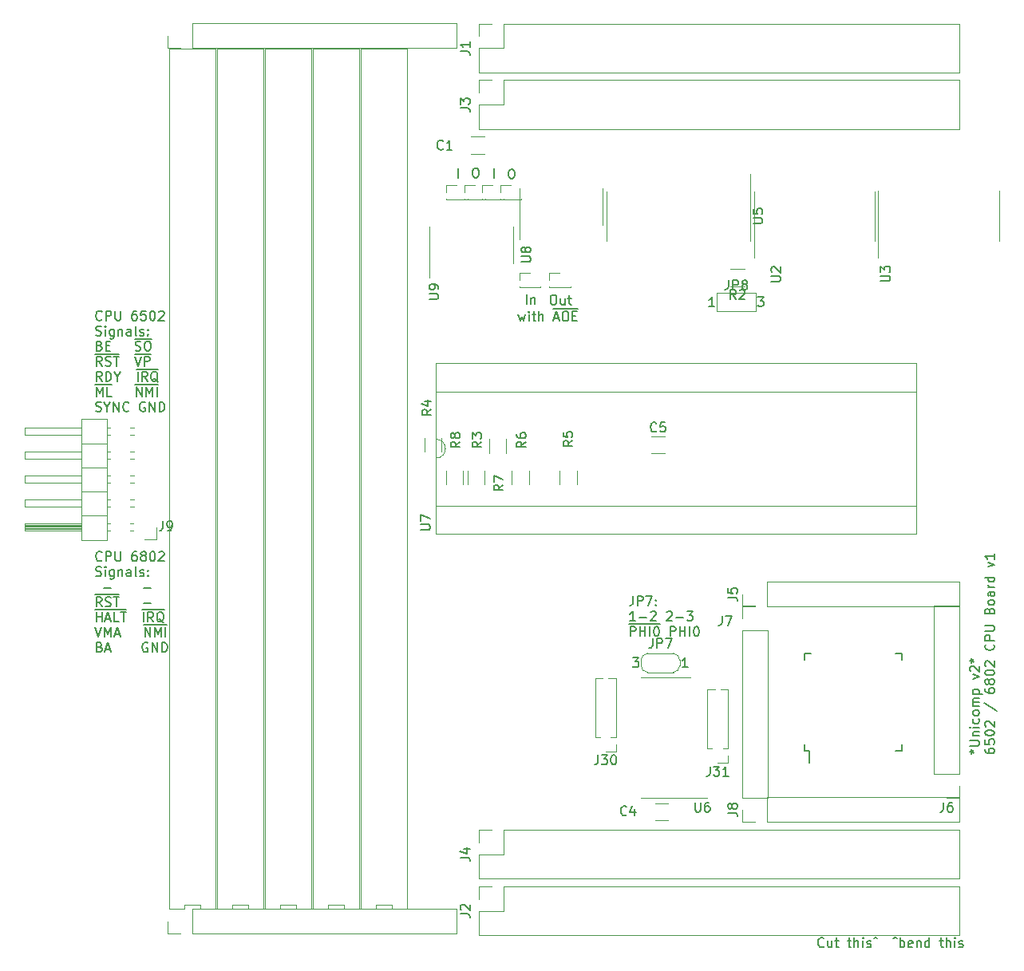
<source format=gbr>
%TF.GenerationSoftware,KiCad,Pcbnew,7.0.5-7.0.5~ubuntu20.04.1*%
%TF.CreationDate,2023-07-18T13:55:01+02:00*%
%TF.ProjectId,CPU6502_6802,43505536-3530-4325-9f36-3830322e6b69,rev?*%
%TF.SameCoordinates,Original*%
%TF.FileFunction,Legend,Top*%
%TF.FilePolarity,Positive*%
%FSLAX46Y46*%
G04 Gerber Fmt 4.6, Leading zero omitted, Abs format (unit mm)*
G04 Created by KiCad (PCBNEW 7.0.5-7.0.5~ubuntu20.04.1) date 2023-07-18 13:55:01*
%MOMM*%
%LPD*%
G01*
G04 APERTURE LIST*
%ADD10C,0.200000*%
%ADD11C,0.150000*%
%ADD12C,0.120000*%
G04 APERTURE END LIST*
D10*
X98350101Y-78376980D02*
X98302482Y-78424600D01*
X98302482Y-78424600D02*
X98159625Y-78472219D01*
X98159625Y-78472219D02*
X98064387Y-78472219D01*
X98064387Y-78472219D02*
X97921530Y-78424600D01*
X97921530Y-78424600D02*
X97826292Y-78329361D01*
X97826292Y-78329361D02*
X97778673Y-78234123D01*
X97778673Y-78234123D02*
X97731054Y-78043647D01*
X97731054Y-78043647D02*
X97731054Y-77900790D01*
X97731054Y-77900790D02*
X97778673Y-77710314D01*
X97778673Y-77710314D02*
X97826292Y-77615076D01*
X97826292Y-77615076D02*
X97921530Y-77519838D01*
X97921530Y-77519838D02*
X98064387Y-77472219D01*
X98064387Y-77472219D02*
X98159625Y-77472219D01*
X98159625Y-77472219D02*
X98302482Y-77519838D01*
X98302482Y-77519838D02*
X98350101Y-77567457D01*
X98778673Y-78472219D02*
X98778673Y-77472219D01*
X98778673Y-77472219D02*
X99159625Y-77472219D01*
X99159625Y-77472219D02*
X99254863Y-77519838D01*
X99254863Y-77519838D02*
X99302482Y-77567457D01*
X99302482Y-77567457D02*
X99350101Y-77662695D01*
X99350101Y-77662695D02*
X99350101Y-77805552D01*
X99350101Y-77805552D02*
X99302482Y-77900790D01*
X99302482Y-77900790D02*
X99254863Y-77948409D01*
X99254863Y-77948409D02*
X99159625Y-77996028D01*
X99159625Y-77996028D02*
X98778673Y-77996028D01*
X99778673Y-77472219D02*
X99778673Y-78281742D01*
X99778673Y-78281742D02*
X99826292Y-78376980D01*
X99826292Y-78376980D02*
X99873911Y-78424600D01*
X99873911Y-78424600D02*
X99969149Y-78472219D01*
X99969149Y-78472219D02*
X100159625Y-78472219D01*
X100159625Y-78472219D02*
X100254863Y-78424600D01*
X100254863Y-78424600D02*
X100302482Y-78376980D01*
X100302482Y-78376980D02*
X100350101Y-78281742D01*
X100350101Y-78281742D02*
X100350101Y-77472219D01*
X102016768Y-77472219D02*
X101826292Y-77472219D01*
X101826292Y-77472219D02*
X101731054Y-77519838D01*
X101731054Y-77519838D02*
X101683435Y-77567457D01*
X101683435Y-77567457D02*
X101588197Y-77710314D01*
X101588197Y-77710314D02*
X101540578Y-77900790D01*
X101540578Y-77900790D02*
X101540578Y-78281742D01*
X101540578Y-78281742D02*
X101588197Y-78376980D01*
X101588197Y-78376980D02*
X101635816Y-78424600D01*
X101635816Y-78424600D02*
X101731054Y-78472219D01*
X101731054Y-78472219D02*
X101921530Y-78472219D01*
X101921530Y-78472219D02*
X102016768Y-78424600D01*
X102016768Y-78424600D02*
X102064387Y-78376980D01*
X102064387Y-78376980D02*
X102112006Y-78281742D01*
X102112006Y-78281742D02*
X102112006Y-78043647D01*
X102112006Y-78043647D02*
X102064387Y-77948409D01*
X102064387Y-77948409D02*
X102016768Y-77900790D01*
X102016768Y-77900790D02*
X101921530Y-77853171D01*
X101921530Y-77853171D02*
X101731054Y-77853171D01*
X101731054Y-77853171D02*
X101635816Y-77900790D01*
X101635816Y-77900790D02*
X101588197Y-77948409D01*
X101588197Y-77948409D02*
X101540578Y-78043647D01*
X103016768Y-77472219D02*
X102540578Y-77472219D01*
X102540578Y-77472219D02*
X102492959Y-77948409D01*
X102492959Y-77948409D02*
X102540578Y-77900790D01*
X102540578Y-77900790D02*
X102635816Y-77853171D01*
X102635816Y-77853171D02*
X102873911Y-77853171D01*
X102873911Y-77853171D02*
X102969149Y-77900790D01*
X102969149Y-77900790D02*
X103016768Y-77948409D01*
X103016768Y-77948409D02*
X103064387Y-78043647D01*
X103064387Y-78043647D02*
X103064387Y-78281742D01*
X103064387Y-78281742D02*
X103016768Y-78376980D01*
X103016768Y-78376980D02*
X102969149Y-78424600D01*
X102969149Y-78424600D02*
X102873911Y-78472219D01*
X102873911Y-78472219D02*
X102635816Y-78472219D01*
X102635816Y-78472219D02*
X102540578Y-78424600D01*
X102540578Y-78424600D02*
X102492959Y-78376980D01*
X103683435Y-77472219D02*
X103778673Y-77472219D01*
X103778673Y-77472219D02*
X103873911Y-77519838D01*
X103873911Y-77519838D02*
X103921530Y-77567457D01*
X103921530Y-77567457D02*
X103969149Y-77662695D01*
X103969149Y-77662695D02*
X104016768Y-77853171D01*
X104016768Y-77853171D02*
X104016768Y-78091266D01*
X104016768Y-78091266D02*
X103969149Y-78281742D01*
X103969149Y-78281742D02*
X103921530Y-78376980D01*
X103921530Y-78376980D02*
X103873911Y-78424600D01*
X103873911Y-78424600D02*
X103778673Y-78472219D01*
X103778673Y-78472219D02*
X103683435Y-78472219D01*
X103683435Y-78472219D02*
X103588197Y-78424600D01*
X103588197Y-78424600D02*
X103540578Y-78376980D01*
X103540578Y-78376980D02*
X103492959Y-78281742D01*
X103492959Y-78281742D02*
X103445340Y-78091266D01*
X103445340Y-78091266D02*
X103445340Y-77853171D01*
X103445340Y-77853171D02*
X103492959Y-77662695D01*
X103492959Y-77662695D02*
X103540578Y-77567457D01*
X103540578Y-77567457D02*
X103588197Y-77519838D01*
X103588197Y-77519838D02*
X103683435Y-77472219D01*
X104397721Y-77567457D02*
X104445340Y-77519838D01*
X104445340Y-77519838D02*
X104540578Y-77472219D01*
X104540578Y-77472219D02*
X104778673Y-77472219D01*
X104778673Y-77472219D02*
X104873911Y-77519838D01*
X104873911Y-77519838D02*
X104921530Y-77567457D01*
X104921530Y-77567457D02*
X104969149Y-77662695D01*
X104969149Y-77662695D02*
X104969149Y-77757933D01*
X104969149Y-77757933D02*
X104921530Y-77900790D01*
X104921530Y-77900790D02*
X104350102Y-78472219D01*
X104350102Y-78472219D02*
X104969149Y-78472219D01*
X97731054Y-80034600D02*
X97873911Y-80082219D01*
X97873911Y-80082219D02*
X98112006Y-80082219D01*
X98112006Y-80082219D02*
X98207244Y-80034600D01*
X98207244Y-80034600D02*
X98254863Y-79986980D01*
X98254863Y-79986980D02*
X98302482Y-79891742D01*
X98302482Y-79891742D02*
X98302482Y-79796504D01*
X98302482Y-79796504D02*
X98254863Y-79701266D01*
X98254863Y-79701266D02*
X98207244Y-79653647D01*
X98207244Y-79653647D02*
X98112006Y-79606028D01*
X98112006Y-79606028D02*
X97921530Y-79558409D01*
X97921530Y-79558409D02*
X97826292Y-79510790D01*
X97826292Y-79510790D02*
X97778673Y-79463171D01*
X97778673Y-79463171D02*
X97731054Y-79367933D01*
X97731054Y-79367933D02*
X97731054Y-79272695D01*
X97731054Y-79272695D02*
X97778673Y-79177457D01*
X97778673Y-79177457D02*
X97826292Y-79129838D01*
X97826292Y-79129838D02*
X97921530Y-79082219D01*
X97921530Y-79082219D02*
X98159625Y-79082219D01*
X98159625Y-79082219D02*
X98302482Y-79129838D01*
X98731054Y-80082219D02*
X98731054Y-79415552D01*
X98731054Y-79082219D02*
X98683435Y-79129838D01*
X98683435Y-79129838D02*
X98731054Y-79177457D01*
X98731054Y-79177457D02*
X98778673Y-79129838D01*
X98778673Y-79129838D02*
X98731054Y-79082219D01*
X98731054Y-79082219D02*
X98731054Y-79177457D01*
X99635815Y-79415552D02*
X99635815Y-80225076D01*
X99635815Y-80225076D02*
X99588196Y-80320314D01*
X99588196Y-80320314D02*
X99540577Y-80367933D01*
X99540577Y-80367933D02*
X99445339Y-80415552D01*
X99445339Y-80415552D02*
X99302482Y-80415552D01*
X99302482Y-80415552D02*
X99207244Y-80367933D01*
X99635815Y-80034600D02*
X99540577Y-80082219D01*
X99540577Y-80082219D02*
X99350101Y-80082219D01*
X99350101Y-80082219D02*
X99254863Y-80034600D01*
X99254863Y-80034600D02*
X99207244Y-79986980D01*
X99207244Y-79986980D02*
X99159625Y-79891742D01*
X99159625Y-79891742D02*
X99159625Y-79606028D01*
X99159625Y-79606028D02*
X99207244Y-79510790D01*
X99207244Y-79510790D02*
X99254863Y-79463171D01*
X99254863Y-79463171D02*
X99350101Y-79415552D01*
X99350101Y-79415552D02*
X99540577Y-79415552D01*
X99540577Y-79415552D02*
X99635815Y-79463171D01*
X100112006Y-79415552D02*
X100112006Y-80082219D01*
X100112006Y-79510790D02*
X100159625Y-79463171D01*
X100159625Y-79463171D02*
X100254863Y-79415552D01*
X100254863Y-79415552D02*
X100397720Y-79415552D01*
X100397720Y-79415552D02*
X100492958Y-79463171D01*
X100492958Y-79463171D02*
X100540577Y-79558409D01*
X100540577Y-79558409D02*
X100540577Y-80082219D01*
X101445339Y-80082219D02*
X101445339Y-79558409D01*
X101445339Y-79558409D02*
X101397720Y-79463171D01*
X101397720Y-79463171D02*
X101302482Y-79415552D01*
X101302482Y-79415552D02*
X101112006Y-79415552D01*
X101112006Y-79415552D02*
X101016768Y-79463171D01*
X101445339Y-80034600D02*
X101350101Y-80082219D01*
X101350101Y-80082219D02*
X101112006Y-80082219D01*
X101112006Y-80082219D02*
X101016768Y-80034600D01*
X101016768Y-80034600D02*
X100969149Y-79939361D01*
X100969149Y-79939361D02*
X100969149Y-79844123D01*
X100969149Y-79844123D02*
X101016768Y-79748885D01*
X101016768Y-79748885D02*
X101112006Y-79701266D01*
X101112006Y-79701266D02*
X101350101Y-79701266D01*
X101350101Y-79701266D02*
X101445339Y-79653647D01*
X102064387Y-80082219D02*
X101969149Y-80034600D01*
X101969149Y-80034600D02*
X101921530Y-79939361D01*
X101921530Y-79939361D02*
X101921530Y-79082219D01*
X102397721Y-80034600D02*
X102492959Y-80082219D01*
X102492959Y-80082219D02*
X102683435Y-80082219D01*
X102683435Y-80082219D02*
X102778673Y-80034600D01*
X102778673Y-80034600D02*
X102826292Y-79939361D01*
X102826292Y-79939361D02*
X102826292Y-79891742D01*
X102826292Y-79891742D02*
X102778673Y-79796504D01*
X102778673Y-79796504D02*
X102683435Y-79748885D01*
X102683435Y-79748885D02*
X102540578Y-79748885D01*
X102540578Y-79748885D02*
X102445340Y-79701266D01*
X102445340Y-79701266D02*
X102397721Y-79606028D01*
X102397721Y-79606028D02*
X102397721Y-79558409D01*
X102397721Y-79558409D02*
X102445340Y-79463171D01*
X102445340Y-79463171D02*
X102540578Y-79415552D01*
X102540578Y-79415552D02*
X102683435Y-79415552D01*
X102683435Y-79415552D02*
X102778673Y-79463171D01*
X103254864Y-79986980D02*
X103302483Y-80034600D01*
X103302483Y-80034600D02*
X103254864Y-80082219D01*
X103254864Y-80082219D02*
X103207245Y-80034600D01*
X103207245Y-80034600D02*
X103254864Y-79986980D01*
X103254864Y-79986980D02*
X103254864Y-80082219D01*
X103254864Y-79463171D02*
X103302483Y-79510790D01*
X103302483Y-79510790D02*
X103254864Y-79558409D01*
X103254864Y-79558409D02*
X103207245Y-79510790D01*
X103207245Y-79510790D02*
X103254864Y-79463171D01*
X103254864Y-79463171D02*
X103254864Y-79558409D01*
X98112006Y-81168409D02*
X98254863Y-81216028D01*
X98254863Y-81216028D02*
X98302482Y-81263647D01*
X98302482Y-81263647D02*
X98350101Y-81358885D01*
X98350101Y-81358885D02*
X98350101Y-81501742D01*
X98350101Y-81501742D02*
X98302482Y-81596980D01*
X98302482Y-81596980D02*
X98254863Y-81644600D01*
X98254863Y-81644600D02*
X98159625Y-81692219D01*
X98159625Y-81692219D02*
X97778673Y-81692219D01*
X97778673Y-81692219D02*
X97778673Y-80692219D01*
X97778673Y-80692219D02*
X98112006Y-80692219D01*
X98112006Y-80692219D02*
X98207244Y-80739838D01*
X98207244Y-80739838D02*
X98254863Y-80787457D01*
X98254863Y-80787457D02*
X98302482Y-80882695D01*
X98302482Y-80882695D02*
X98302482Y-80977933D01*
X98302482Y-80977933D02*
X98254863Y-81073171D01*
X98254863Y-81073171D02*
X98207244Y-81120790D01*
X98207244Y-81120790D02*
X98112006Y-81168409D01*
X98112006Y-81168409D02*
X97778673Y-81168409D01*
X98778673Y-81168409D02*
X99112006Y-81168409D01*
X99254863Y-81692219D02*
X98778673Y-81692219D01*
X98778673Y-81692219D02*
X98778673Y-80692219D01*
X98778673Y-80692219D02*
X99254863Y-80692219D01*
X101921531Y-81644600D02*
X102064388Y-81692219D01*
X102064388Y-81692219D02*
X102302483Y-81692219D01*
X102302483Y-81692219D02*
X102397721Y-81644600D01*
X102397721Y-81644600D02*
X102445340Y-81596980D01*
X102445340Y-81596980D02*
X102492959Y-81501742D01*
X102492959Y-81501742D02*
X102492959Y-81406504D01*
X102492959Y-81406504D02*
X102445340Y-81311266D01*
X102445340Y-81311266D02*
X102397721Y-81263647D01*
X102397721Y-81263647D02*
X102302483Y-81216028D01*
X102302483Y-81216028D02*
X102112007Y-81168409D01*
X102112007Y-81168409D02*
X102016769Y-81120790D01*
X102016769Y-81120790D02*
X101969150Y-81073171D01*
X101969150Y-81073171D02*
X101921531Y-80977933D01*
X101921531Y-80977933D02*
X101921531Y-80882695D01*
X101921531Y-80882695D02*
X101969150Y-80787457D01*
X101969150Y-80787457D02*
X102016769Y-80739838D01*
X102016769Y-80739838D02*
X102112007Y-80692219D01*
X102112007Y-80692219D02*
X102350102Y-80692219D01*
X102350102Y-80692219D02*
X102492959Y-80739838D01*
X103112007Y-80692219D02*
X103302483Y-80692219D01*
X103302483Y-80692219D02*
X103397721Y-80739838D01*
X103397721Y-80739838D02*
X103492959Y-80835076D01*
X103492959Y-80835076D02*
X103540578Y-81025552D01*
X103540578Y-81025552D02*
X103540578Y-81358885D01*
X103540578Y-81358885D02*
X103492959Y-81549361D01*
X103492959Y-81549361D02*
X103397721Y-81644600D01*
X103397721Y-81644600D02*
X103302483Y-81692219D01*
X103302483Y-81692219D02*
X103112007Y-81692219D01*
X103112007Y-81692219D02*
X103016769Y-81644600D01*
X103016769Y-81644600D02*
X102921531Y-81549361D01*
X102921531Y-81549361D02*
X102873912Y-81358885D01*
X102873912Y-81358885D02*
X102873912Y-81025552D01*
X102873912Y-81025552D02*
X102921531Y-80835076D01*
X102921531Y-80835076D02*
X103016769Y-80739838D01*
X103016769Y-80739838D02*
X103112007Y-80692219D01*
X101831055Y-80414600D02*
X103631055Y-80414600D01*
X98350101Y-83302219D02*
X98016768Y-82826028D01*
X97778673Y-83302219D02*
X97778673Y-82302219D01*
X97778673Y-82302219D02*
X98159625Y-82302219D01*
X98159625Y-82302219D02*
X98254863Y-82349838D01*
X98254863Y-82349838D02*
X98302482Y-82397457D01*
X98302482Y-82397457D02*
X98350101Y-82492695D01*
X98350101Y-82492695D02*
X98350101Y-82635552D01*
X98350101Y-82635552D02*
X98302482Y-82730790D01*
X98302482Y-82730790D02*
X98254863Y-82778409D01*
X98254863Y-82778409D02*
X98159625Y-82826028D01*
X98159625Y-82826028D02*
X97778673Y-82826028D01*
X98731054Y-83254600D02*
X98873911Y-83302219D01*
X98873911Y-83302219D02*
X99112006Y-83302219D01*
X99112006Y-83302219D02*
X99207244Y-83254600D01*
X99207244Y-83254600D02*
X99254863Y-83206980D01*
X99254863Y-83206980D02*
X99302482Y-83111742D01*
X99302482Y-83111742D02*
X99302482Y-83016504D01*
X99302482Y-83016504D02*
X99254863Y-82921266D01*
X99254863Y-82921266D02*
X99207244Y-82873647D01*
X99207244Y-82873647D02*
X99112006Y-82826028D01*
X99112006Y-82826028D02*
X98921530Y-82778409D01*
X98921530Y-82778409D02*
X98826292Y-82730790D01*
X98826292Y-82730790D02*
X98778673Y-82683171D01*
X98778673Y-82683171D02*
X98731054Y-82587933D01*
X98731054Y-82587933D02*
X98731054Y-82492695D01*
X98731054Y-82492695D02*
X98778673Y-82397457D01*
X98778673Y-82397457D02*
X98826292Y-82349838D01*
X98826292Y-82349838D02*
X98921530Y-82302219D01*
X98921530Y-82302219D02*
X99159625Y-82302219D01*
X99159625Y-82302219D02*
X99302482Y-82349838D01*
X99588197Y-82302219D02*
X100159625Y-82302219D01*
X99873911Y-83302219D02*
X99873911Y-82302219D01*
X97640578Y-82024600D02*
X100154864Y-82024600D01*
X101873912Y-82302219D02*
X102207245Y-83302219D01*
X102207245Y-83302219D02*
X102540578Y-82302219D01*
X102873912Y-83302219D02*
X102873912Y-82302219D01*
X102873912Y-82302219D02*
X103254864Y-82302219D01*
X103254864Y-82302219D02*
X103350102Y-82349838D01*
X103350102Y-82349838D02*
X103397721Y-82397457D01*
X103397721Y-82397457D02*
X103445340Y-82492695D01*
X103445340Y-82492695D02*
X103445340Y-82635552D01*
X103445340Y-82635552D02*
X103397721Y-82730790D01*
X103397721Y-82730790D02*
X103350102Y-82778409D01*
X103350102Y-82778409D02*
X103254864Y-82826028D01*
X103254864Y-82826028D02*
X102873912Y-82826028D01*
X101878674Y-82024600D02*
X103535817Y-82024600D01*
X98350101Y-84912219D02*
X98016768Y-84436028D01*
X97778673Y-84912219D02*
X97778673Y-83912219D01*
X97778673Y-83912219D02*
X98159625Y-83912219D01*
X98159625Y-83912219D02*
X98254863Y-83959838D01*
X98254863Y-83959838D02*
X98302482Y-84007457D01*
X98302482Y-84007457D02*
X98350101Y-84102695D01*
X98350101Y-84102695D02*
X98350101Y-84245552D01*
X98350101Y-84245552D02*
X98302482Y-84340790D01*
X98302482Y-84340790D02*
X98254863Y-84388409D01*
X98254863Y-84388409D02*
X98159625Y-84436028D01*
X98159625Y-84436028D02*
X97778673Y-84436028D01*
X98778673Y-84912219D02*
X98778673Y-83912219D01*
X98778673Y-83912219D02*
X99016768Y-83912219D01*
X99016768Y-83912219D02*
X99159625Y-83959838D01*
X99159625Y-83959838D02*
X99254863Y-84055076D01*
X99254863Y-84055076D02*
X99302482Y-84150314D01*
X99302482Y-84150314D02*
X99350101Y-84340790D01*
X99350101Y-84340790D02*
X99350101Y-84483647D01*
X99350101Y-84483647D02*
X99302482Y-84674123D01*
X99302482Y-84674123D02*
X99254863Y-84769361D01*
X99254863Y-84769361D02*
X99159625Y-84864600D01*
X99159625Y-84864600D02*
X99016768Y-84912219D01*
X99016768Y-84912219D02*
X98778673Y-84912219D01*
X99969149Y-84436028D02*
X99969149Y-84912219D01*
X99635816Y-83912219D02*
X99969149Y-84436028D01*
X99969149Y-84436028D02*
X100302482Y-83912219D01*
X102159626Y-84912219D02*
X102159626Y-83912219D01*
X103207244Y-84912219D02*
X102873911Y-84436028D01*
X102635816Y-84912219D02*
X102635816Y-83912219D01*
X102635816Y-83912219D02*
X103016768Y-83912219D01*
X103016768Y-83912219D02*
X103112006Y-83959838D01*
X103112006Y-83959838D02*
X103159625Y-84007457D01*
X103159625Y-84007457D02*
X103207244Y-84102695D01*
X103207244Y-84102695D02*
X103207244Y-84245552D01*
X103207244Y-84245552D02*
X103159625Y-84340790D01*
X103159625Y-84340790D02*
X103112006Y-84388409D01*
X103112006Y-84388409D02*
X103016768Y-84436028D01*
X103016768Y-84436028D02*
X102635816Y-84436028D01*
X104302482Y-85007457D02*
X104207244Y-84959838D01*
X104207244Y-84959838D02*
X104112006Y-84864600D01*
X104112006Y-84864600D02*
X103969149Y-84721742D01*
X103969149Y-84721742D02*
X103873911Y-84674123D01*
X103873911Y-84674123D02*
X103778673Y-84674123D01*
X103826292Y-84912219D02*
X103731054Y-84864600D01*
X103731054Y-84864600D02*
X103635816Y-84769361D01*
X103635816Y-84769361D02*
X103588197Y-84578885D01*
X103588197Y-84578885D02*
X103588197Y-84245552D01*
X103588197Y-84245552D02*
X103635816Y-84055076D01*
X103635816Y-84055076D02*
X103731054Y-83959838D01*
X103731054Y-83959838D02*
X103826292Y-83912219D01*
X103826292Y-83912219D02*
X104016768Y-83912219D01*
X104016768Y-83912219D02*
X104112006Y-83959838D01*
X104112006Y-83959838D02*
X104207244Y-84055076D01*
X104207244Y-84055076D02*
X104254863Y-84245552D01*
X104254863Y-84245552D02*
X104254863Y-84578885D01*
X104254863Y-84578885D02*
X104207244Y-84769361D01*
X104207244Y-84769361D02*
X104112006Y-84864600D01*
X104112006Y-84864600D02*
X104016768Y-84912219D01*
X104016768Y-84912219D02*
X103826292Y-84912219D01*
X102021531Y-83634600D02*
X104345340Y-83634600D01*
X97778673Y-86522219D02*
X97778673Y-85522219D01*
X97778673Y-85522219D02*
X98112006Y-86236504D01*
X98112006Y-86236504D02*
X98445339Y-85522219D01*
X98445339Y-85522219D02*
X98445339Y-86522219D01*
X99397720Y-86522219D02*
X98921530Y-86522219D01*
X98921530Y-86522219D02*
X98921530Y-85522219D01*
X97640578Y-85244600D02*
X99392959Y-85244600D01*
X102016769Y-86522219D02*
X102016769Y-85522219D01*
X102016769Y-85522219D02*
X102588197Y-86522219D01*
X102588197Y-86522219D02*
X102588197Y-85522219D01*
X103064388Y-86522219D02*
X103064388Y-85522219D01*
X103064388Y-85522219D02*
X103397721Y-86236504D01*
X103397721Y-86236504D02*
X103731054Y-85522219D01*
X103731054Y-85522219D02*
X103731054Y-86522219D01*
X104207245Y-86522219D02*
X104207245Y-85522219D01*
X101878674Y-85244600D02*
X104345340Y-85244600D01*
X97731054Y-88084600D02*
X97873911Y-88132219D01*
X97873911Y-88132219D02*
X98112006Y-88132219D01*
X98112006Y-88132219D02*
X98207244Y-88084600D01*
X98207244Y-88084600D02*
X98254863Y-88036980D01*
X98254863Y-88036980D02*
X98302482Y-87941742D01*
X98302482Y-87941742D02*
X98302482Y-87846504D01*
X98302482Y-87846504D02*
X98254863Y-87751266D01*
X98254863Y-87751266D02*
X98207244Y-87703647D01*
X98207244Y-87703647D02*
X98112006Y-87656028D01*
X98112006Y-87656028D02*
X97921530Y-87608409D01*
X97921530Y-87608409D02*
X97826292Y-87560790D01*
X97826292Y-87560790D02*
X97778673Y-87513171D01*
X97778673Y-87513171D02*
X97731054Y-87417933D01*
X97731054Y-87417933D02*
X97731054Y-87322695D01*
X97731054Y-87322695D02*
X97778673Y-87227457D01*
X97778673Y-87227457D02*
X97826292Y-87179838D01*
X97826292Y-87179838D02*
X97921530Y-87132219D01*
X97921530Y-87132219D02*
X98159625Y-87132219D01*
X98159625Y-87132219D02*
X98302482Y-87179838D01*
X98921530Y-87656028D02*
X98921530Y-88132219D01*
X98588197Y-87132219D02*
X98921530Y-87656028D01*
X98921530Y-87656028D02*
X99254863Y-87132219D01*
X99588197Y-88132219D02*
X99588197Y-87132219D01*
X99588197Y-87132219D02*
X100159625Y-88132219D01*
X100159625Y-88132219D02*
X100159625Y-87132219D01*
X101207244Y-88036980D02*
X101159625Y-88084600D01*
X101159625Y-88084600D02*
X101016768Y-88132219D01*
X101016768Y-88132219D02*
X100921530Y-88132219D01*
X100921530Y-88132219D02*
X100778673Y-88084600D01*
X100778673Y-88084600D02*
X100683435Y-87989361D01*
X100683435Y-87989361D02*
X100635816Y-87894123D01*
X100635816Y-87894123D02*
X100588197Y-87703647D01*
X100588197Y-87703647D02*
X100588197Y-87560790D01*
X100588197Y-87560790D02*
X100635816Y-87370314D01*
X100635816Y-87370314D02*
X100683435Y-87275076D01*
X100683435Y-87275076D02*
X100778673Y-87179838D01*
X100778673Y-87179838D02*
X100921530Y-87132219D01*
X100921530Y-87132219D02*
X101016768Y-87132219D01*
X101016768Y-87132219D02*
X101159625Y-87179838D01*
X101159625Y-87179838D02*
X101207244Y-87227457D01*
X102921530Y-87179838D02*
X102826292Y-87132219D01*
X102826292Y-87132219D02*
X102683435Y-87132219D01*
X102683435Y-87132219D02*
X102540578Y-87179838D01*
X102540578Y-87179838D02*
X102445340Y-87275076D01*
X102445340Y-87275076D02*
X102397721Y-87370314D01*
X102397721Y-87370314D02*
X102350102Y-87560790D01*
X102350102Y-87560790D02*
X102350102Y-87703647D01*
X102350102Y-87703647D02*
X102397721Y-87894123D01*
X102397721Y-87894123D02*
X102445340Y-87989361D01*
X102445340Y-87989361D02*
X102540578Y-88084600D01*
X102540578Y-88084600D02*
X102683435Y-88132219D01*
X102683435Y-88132219D02*
X102778673Y-88132219D01*
X102778673Y-88132219D02*
X102921530Y-88084600D01*
X102921530Y-88084600D02*
X102969149Y-88036980D01*
X102969149Y-88036980D02*
X102969149Y-87703647D01*
X102969149Y-87703647D02*
X102778673Y-87703647D01*
X103397721Y-88132219D02*
X103397721Y-87132219D01*
X103397721Y-87132219D02*
X103969149Y-88132219D01*
X103969149Y-88132219D02*
X103969149Y-87132219D01*
X104445340Y-88132219D02*
X104445340Y-87132219D01*
X104445340Y-87132219D02*
X104683435Y-87132219D01*
X104683435Y-87132219D02*
X104826292Y-87179838D01*
X104826292Y-87179838D02*
X104921530Y-87275076D01*
X104921530Y-87275076D02*
X104969149Y-87370314D01*
X104969149Y-87370314D02*
X105016768Y-87560790D01*
X105016768Y-87560790D02*
X105016768Y-87703647D01*
X105016768Y-87703647D02*
X104969149Y-87894123D01*
X104969149Y-87894123D02*
X104921530Y-87989361D01*
X104921530Y-87989361D02*
X104826292Y-88084600D01*
X104826292Y-88084600D02*
X104683435Y-88132219D01*
X104683435Y-88132219D02*
X104445340Y-88132219D01*
D11*
X143389579Y-76730219D02*
X143389579Y-75730219D01*
X143865769Y-76063552D02*
X143865769Y-76730219D01*
X143865769Y-76158790D02*
X143913388Y-76111171D01*
X143913388Y-76111171D02*
X144008626Y-76063552D01*
X144008626Y-76063552D02*
X144151483Y-76063552D01*
X144151483Y-76063552D02*
X144246721Y-76111171D01*
X144246721Y-76111171D02*
X144294340Y-76206409D01*
X144294340Y-76206409D02*
X144294340Y-76730219D01*
D10*
X98350101Y-103903980D02*
X98302482Y-103951600D01*
X98302482Y-103951600D02*
X98159625Y-103999219D01*
X98159625Y-103999219D02*
X98064387Y-103999219D01*
X98064387Y-103999219D02*
X97921530Y-103951600D01*
X97921530Y-103951600D02*
X97826292Y-103856361D01*
X97826292Y-103856361D02*
X97778673Y-103761123D01*
X97778673Y-103761123D02*
X97731054Y-103570647D01*
X97731054Y-103570647D02*
X97731054Y-103427790D01*
X97731054Y-103427790D02*
X97778673Y-103237314D01*
X97778673Y-103237314D02*
X97826292Y-103142076D01*
X97826292Y-103142076D02*
X97921530Y-103046838D01*
X97921530Y-103046838D02*
X98064387Y-102999219D01*
X98064387Y-102999219D02*
X98159625Y-102999219D01*
X98159625Y-102999219D02*
X98302482Y-103046838D01*
X98302482Y-103046838D02*
X98350101Y-103094457D01*
X98778673Y-103999219D02*
X98778673Y-102999219D01*
X98778673Y-102999219D02*
X99159625Y-102999219D01*
X99159625Y-102999219D02*
X99254863Y-103046838D01*
X99254863Y-103046838D02*
X99302482Y-103094457D01*
X99302482Y-103094457D02*
X99350101Y-103189695D01*
X99350101Y-103189695D02*
X99350101Y-103332552D01*
X99350101Y-103332552D02*
X99302482Y-103427790D01*
X99302482Y-103427790D02*
X99254863Y-103475409D01*
X99254863Y-103475409D02*
X99159625Y-103523028D01*
X99159625Y-103523028D02*
X98778673Y-103523028D01*
X99778673Y-102999219D02*
X99778673Y-103808742D01*
X99778673Y-103808742D02*
X99826292Y-103903980D01*
X99826292Y-103903980D02*
X99873911Y-103951600D01*
X99873911Y-103951600D02*
X99969149Y-103999219D01*
X99969149Y-103999219D02*
X100159625Y-103999219D01*
X100159625Y-103999219D02*
X100254863Y-103951600D01*
X100254863Y-103951600D02*
X100302482Y-103903980D01*
X100302482Y-103903980D02*
X100350101Y-103808742D01*
X100350101Y-103808742D02*
X100350101Y-102999219D01*
X102016768Y-102999219D02*
X101826292Y-102999219D01*
X101826292Y-102999219D02*
X101731054Y-103046838D01*
X101731054Y-103046838D02*
X101683435Y-103094457D01*
X101683435Y-103094457D02*
X101588197Y-103237314D01*
X101588197Y-103237314D02*
X101540578Y-103427790D01*
X101540578Y-103427790D02*
X101540578Y-103808742D01*
X101540578Y-103808742D02*
X101588197Y-103903980D01*
X101588197Y-103903980D02*
X101635816Y-103951600D01*
X101635816Y-103951600D02*
X101731054Y-103999219D01*
X101731054Y-103999219D02*
X101921530Y-103999219D01*
X101921530Y-103999219D02*
X102016768Y-103951600D01*
X102016768Y-103951600D02*
X102064387Y-103903980D01*
X102064387Y-103903980D02*
X102112006Y-103808742D01*
X102112006Y-103808742D02*
X102112006Y-103570647D01*
X102112006Y-103570647D02*
X102064387Y-103475409D01*
X102064387Y-103475409D02*
X102016768Y-103427790D01*
X102016768Y-103427790D02*
X101921530Y-103380171D01*
X101921530Y-103380171D02*
X101731054Y-103380171D01*
X101731054Y-103380171D02*
X101635816Y-103427790D01*
X101635816Y-103427790D02*
X101588197Y-103475409D01*
X101588197Y-103475409D02*
X101540578Y-103570647D01*
X102683435Y-103427790D02*
X102588197Y-103380171D01*
X102588197Y-103380171D02*
X102540578Y-103332552D01*
X102540578Y-103332552D02*
X102492959Y-103237314D01*
X102492959Y-103237314D02*
X102492959Y-103189695D01*
X102492959Y-103189695D02*
X102540578Y-103094457D01*
X102540578Y-103094457D02*
X102588197Y-103046838D01*
X102588197Y-103046838D02*
X102683435Y-102999219D01*
X102683435Y-102999219D02*
X102873911Y-102999219D01*
X102873911Y-102999219D02*
X102969149Y-103046838D01*
X102969149Y-103046838D02*
X103016768Y-103094457D01*
X103016768Y-103094457D02*
X103064387Y-103189695D01*
X103064387Y-103189695D02*
X103064387Y-103237314D01*
X103064387Y-103237314D02*
X103016768Y-103332552D01*
X103016768Y-103332552D02*
X102969149Y-103380171D01*
X102969149Y-103380171D02*
X102873911Y-103427790D01*
X102873911Y-103427790D02*
X102683435Y-103427790D01*
X102683435Y-103427790D02*
X102588197Y-103475409D01*
X102588197Y-103475409D02*
X102540578Y-103523028D01*
X102540578Y-103523028D02*
X102492959Y-103618266D01*
X102492959Y-103618266D02*
X102492959Y-103808742D01*
X102492959Y-103808742D02*
X102540578Y-103903980D01*
X102540578Y-103903980D02*
X102588197Y-103951600D01*
X102588197Y-103951600D02*
X102683435Y-103999219D01*
X102683435Y-103999219D02*
X102873911Y-103999219D01*
X102873911Y-103999219D02*
X102969149Y-103951600D01*
X102969149Y-103951600D02*
X103016768Y-103903980D01*
X103016768Y-103903980D02*
X103064387Y-103808742D01*
X103064387Y-103808742D02*
X103064387Y-103618266D01*
X103064387Y-103618266D02*
X103016768Y-103523028D01*
X103016768Y-103523028D02*
X102969149Y-103475409D01*
X102969149Y-103475409D02*
X102873911Y-103427790D01*
X103683435Y-102999219D02*
X103778673Y-102999219D01*
X103778673Y-102999219D02*
X103873911Y-103046838D01*
X103873911Y-103046838D02*
X103921530Y-103094457D01*
X103921530Y-103094457D02*
X103969149Y-103189695D01*
X103969149Y-103189695D02*
X104016768Y-103380171D01*
X104016768Y-103380171D02*
X104016768Y-103618266D01*
X104016768Y-103618266D02*
X103969149Y-103808742D01*
X103969149Y-103808742D02*
X103921530Y-103903980D01*
X103921530Y-103903980D02*
X103873911Y-103951600D01*
X103873911Y-103951600D02*
X103778673Y-103999219D01*
X103778673Y-103999219D02*
X103683435Y-103999219D01*
X103683435Y-103999219D02*
X103588197Y-103951600D01*
X103588197Y-103951600D02*
X103540578Y-103903980D01*
X103540578Y-103903980D02*
X103492959Y-103808742D01*
X103492959Y-103808742D02*
X103445340Y-103618266D01*
X103445340Y-103618266D02*
X103445340Y-103380171D01*
X103445340Y-103380171D02*
X103492959Y-103189695D01*
X103492959Y-103189695D02*
X103540578Y-103094457D01*
X103540578Y-103094457D02*
X103588197Y-103046838D01*
X103588197Y-103046838D02*
X103683435Y-102999219D01*
X104397721Y-103094457D02*
X104445340Y-103046838D01*
X104445340Y-103046838D02*
X104540578Y-102999219D01*
X104540578Y-102999219D02*
X104778673Y-102999219D01*
X104778673Y-102999219D02*
X104873911Y-103046838D01*
X104873911Y-103046838D02*
X104921530Y-103094457D01*
X104921530Y-103094457D02*
X104969149Y-103189695D01*
X104969149Y-103189695D02*
X104969149Y-103284933D01*
X104969149Y-103284933D02*
X104921530Y-103427790D01*
X104921530Y-103427790D02*
X104350102Y-103999219D01*
X104350102Y-103999219D02*
X104969149Y-103999219D01*
X97731054Y-105561600D02*
X97873911Y-105609219D01*
X97873911Y-105609219D02*
X98112006Y-105609219D01*
X98112006Y-105609219D02*
X98207244Y-105561600D01*
X98207244Y-105561600D02*
X98254863Y-105513980D01*
X98254863Y-105513980D02*
X98302482Y-105418742D01*
X98302482Y-105418742D02*
X98302482Y-105323504D01*
X98302482Y-105323504D02*
X98254863Y-105228266D01*
X98254863Y-105228266D02*
X98207244Y-105180647D01*
X98207244Y-105180647D02*
X98112006Y-105133028D01*
X98112006Y-105133028D02*
X97921530Y-105085409D01*
X97921530Y-105085409D02*
X97826292Y-105037790D01*
X97826292Y-105037790D02*
X97778673Y-104990171D01*
X97778673Y-104990171D02*
X97731054Y-104894933D01*
X97731054Y-104894933D02*
X97731054Y-104799695D01*
X97731054Y-104799695D02*
X97778673Y-104704457D01*
X97778673Y-104704457D02*
X97826292Y-104656838D01*
X97826292Y-104656838D02*
X97921530Y-104609219D01*
X97921530Y-104609219D02*
X98159625Y-104609219D01*
X98159625Y-104609219D02*
X98302482Y-104656838D01*
X98731054Y-105609219D02*
X98731054Y-104942552D01*
X98731054Y-104609219D02*
X98683435Y-104656838D01*
X98683435Y-104656838D02*
X98731054Y-104704457D01*
X98731054Y-104704457D02*
X98778673Y-104656838D01*
X98778673Y-104656838D02*
X98731054Y-104609219D01*
X98731054Y-104609219D02*
X98731054Y-104704457D01*
X99635815Y-104942552D02*
X99635815Y-105752076D01*
X99635815Y-105752076D02*
X99588196Y-105847314D01*
X99588196Y-105847314D02*
X99540577Y-105894933D01*
X99540577Y-105894933D02*
X99445339Y-105942552D01*
X99445339Y-105942552D02*
X99302482Y-105942552D01*
X99302482Y-105942552D02*
X99207244Y-105894933D01*
X99635815Y-105561600D02*
X99540577Y-105609219D01*
X99540577Y-105609219D02*
X99350101Y-105609219D01*
X99350101Y-105609219D02*
X99254863Y-105561600D01*
X99254863Y-105561600D02*
X99207244Y-105513980D01*
X99207244Y-105513980D02*
X99159625Y-105418742D01*
X99159625Y-105418742D02*
X99159625Y-105133028D01*
X99159625Y-105133028D02*
X99207244Y-105037790D01*
X99207244Y-105037790D02*
X99254863Y-104990171D01*
X99254863Y-104990171D02*
X99350101Y-104942552D01*
X99350101Y-104942552D02*
X99540577Y-104942552D01*
X99540577Y-104942552D02*
X99635815Y-104990171D01*
X100112006Y-104942552D02*
X100112006Y-105609219D01*
X100112006Y-105037790D02*
X100159625Y-104990171D01*
X100159625Y-104990171D02*
X100254863Y-104942552D01*
X100254863Y-104942552D02*
X100397720Y-104942552D01*
X100397720Y-104942552D02*
X100492958Y-104990171D01*
X100492958Y-104990171D02*
X100540577Y-105085409D01*
X100540577Y-105085409D02*
X100540577Y-105609219D01*
X101445339Y-105609219D02*
X101445339Y-105085409D01*
X101445339Y-105085409D02*
X101397720Y-104990171D01*
X101397720Y-104990171D02*
X101302482Y-104942552D01*
X101302482Y-104942552D02*
X101112006Y-104942552D01*
X101112006Y-104942552D02*
X101016768Y-104990171D01*
X101445339Y-105561600D02*
X101350101Y-105609219D01*
X101350101Y-105609219D02*
X101112006Y-105609219D01*
X101112006Y-105609219D02*
X101016768Y-105561600D01*
X101016768Y-105561600D02*
X100969149Y-105466361D01*
X100969149Y-105466361D02*
X100969149Y-105371123D01*
X100969149Y-105371123D02*
X101016768Y-105275885D01*
X101016768Y-105275885D02*
X101112006Y-105228266D01*
X101112006Y-105228266D02*
X101350101Y-105228266D01*
X101350101Y-105228266D02*
X101445339Y-105180647D01*
X102064387Y-105609219D02*
X101969149Y-105561600D01*
X101969149Y-105561600D02*
X101921530Y-105466361D01*
X101921530Y-105466361D02*
X101921530Y-104609219D01*
X102397721Y-105561600D02*
X102492959Y-105609219D01*
X102492959Y-105609219D02*
X102683435Y-105609219D01*
X102683435Y-105609219D02*
X102778673Y-105561600D01*
X102778673Y-105561600D02*
X102826292Y-105466361D01*
X102826292Y-105466361D02*
X102826292Y-105418742D01*
X102826292Y-105418742D02*
X102778673Y-105323504D01*
X102778673Y-105323504D02*
X102683435Y-105275885D01*
X102683435Y-105275885D02*
X102540578Y-105275885D01*
X102540578Y-105275885D02*
X102445340Y-105228266D01*
X102445340Y-105228266D02*
X102397721Y-105133028D01*
X102397721Y-105133028D02*
X102397721Y-105085409D01*
X102397721Y-105085409D02*
X102445340Y-104990171D01*
X102445340Y-104990171D02*
X102540578Y-104942552D01*
X102540578Y-104942552D02*
X102683435Y-104942552D01*
X102683435Y-104942552D02*
X102778673Y-104990171D01*
X103254864Y-105513980D02*
X103302483Y-105561600D01*
X103302483Y-105561600D02*
X103254864Y-105609219D01*
X103254864Y-105609219D02*
X103207245Y-105561600D01*
X103207245Y-105561600D02*
X103254864Y-105513980D01*
X103254864Y-105513980D02*
X103254864Y-105609219D01*
X103254864Y-104990171D02*
X103302483Y-105037790D01*
X103302483Y-105037790D02*
X103254864Y-105085409D01*
X103254864Y-105085409D02*
X103207245Y-105037790D01*
X103207245Y-105037790D02*
X103254864Y-104990171D01*
X103254864Y-104990171D02*
X103254864Y-105085409D01*
X98540578Y-106838266D02*
X99302483Y-106838266D01*
X102826293Y-106838266D02*
X103588198Y-106838266D01*
X98350101Y-108829219D02*
X98016768Y-108353028D01*
X97778673Y-108829219D02*
X97778673Y-107829219D01*
X97778673Y-107829219D02*
X98159625Y-107829219D01*
X98159625Y-107829219D02*
X98254863Y-107876838D01*
X98254863Y-107876838D02*
X98302482Y-107924457D01*
X98302482Y-107924457D02*
X98350101Y-108019695D01*
X98350101Y-108019695D02*
X98350101Y-108162552D01*
X98350101Y-108162552D02*
X98302482Y-108257790D01*
X98302482Y-108257790D02*
X98254863Y-108305409D01*
X98254863Y-108305409D02*
X98159625Y-108353028D01*
X98159625Y-108353028D02*
X97778673Y-108353028D01*
X98731054Y-108781600D02*
X98873911Y-108829219D01*
X98873911Y-108829219D02*
X99112006Y-108829219D01*
X99112006Y-108829219D02*
X99207244Y-108781600D01*
X99207244Y-108781600D02*
X99254863Y-108733980D01*
X99254863Y-108733980D02*
X99302482Y-108638742D01*
X99302482Y-108638742D02*
X99302482Y-108543504D01*
X99302482Y-108543504D02*
X99254863Y-108448266D01*
X99254863Y-108448266D02*
X99207244Y-108400647D01*
X99207244Y-108400647D02*
X99112006Y-108353028D01*
X99112006Y-108353028D02*
X98921530Y-108305409D01*
X98921530Y-108305409D02*
X98826292Y-108257790D01*
X98826292Y-108257790D02*
X98778673Y-108210171D01*
X98778673Y-108210171D02*
X98731054Y-108114933D01*
X98731054Y-108114933D02*
X98731054Y-108019695D01*
X98731054Y-108019695D02*
X98778673Y-107924457D01*
X98778673Y-107924457D02*
X98826292Y-107876838D01*
X98826292Y-107876838D02*
X98921530Y-107829219D01*
X98921530Y-107829219D02*
X99159625Y-107829219D01*
X99159625Y-107829219D02*
X99302482Y-107876838D01*
X99588197Y-107829219D02*
X100159625Y-107829219D01*
X99873911Y-108829219D02*
X99873911Y-107829219D01*
X97640578Y-107551600D02*
X100154864Y-107551600D01*
X102778674Y-108448266D02*
X103540579Y-108448266D01*
X97778673Y-110439219D02*
X97778673Y-109439219D01*
X97778673Y-109915409D02*
X98350101Y-109915409D01*
X98350101Y-110439219D02*
X98350101Y-109439219D01*
X98778673Y-110153504D02*
X99254863Y-110153504D01*
X98683435Y-110439219D02*
X99016768Y-109439219D01*
X99016768Y-109439219D02*
X99350101Y-110439219D01*
X100159625Y-110439219D02*
X99683435Y-110439219D01*
X99683435Y-110439219D02*
X99683435Y-109439219D01*
X100350102Y-109439219D02*
X100921530Y-109439219D01*
X100635816Y-110439219D02*
X100635816Y-109439219D01*
X97640578Y-109161600D02*
X100916769Y-109161600D01*
X102778674Y-110439219D02*
X102778674Y-109439219D01*
X103826292Y-110439219D02*
X103492959Y-109963028D01*
X103254864Y-110439219D02*
X103254864Y-109439219D01*
X103254864Y-109439219D02*
X103635816Y-109439219D01*
X103635816Y-109439219D02*
X103731054Y-109486838D01*
X103731054Y-109486838D02*
X103778673Y-109534457D01*
X103778673Y-109534457D02*
X103826292Y-109629695D01*
X103826292Y-109629695D02*
X103826292Y-109772552D01*
X103826292Y-109772552D02*
X103778673Y-109867790D01*
X103778673Y-109867790D02*
X103731054Y-109915409D01*
X103731054Y-109915409D02*
X103635816Y-109963028D01*
X103635816Y-109963028D02*
X103254864Y-109963028D01*
X104921530Y-110534457D02*
X104826292Y-110486838D01*
X104826292Y-110486838D02*
X104731054Y-110391600D01*
X104731054Y-110391600D02*
X104588197Y-110248742D01*
X104588197Y-110248742D02*
X104492959Y-110201123D01*
X104492959Y-110201123D02*
X104397721Y-110201123D01*
X104445340Y-110439219D02*
X104350102Y-110391600D01*
X104350102Y-110391600D02*
X104254864Y-110296361D01*
X104254864Y-110296361D02*
X104207245Y-110105885D01*
X104207245Y-110105885D02*
X104207245Y-109772552D01*
X104207245Y-109772552D02*
X104254864Y-109582076D01*
X104254864Y-109582076D02*
X104350102Y-109486838D01*
X104350102Y-109486838D02*
X104445340Y-109439219D01*
X104445340Y-109439219D02*
X104635816Y-109439219D01*
X104635816Y-109439219D02*
X104731054Y-109486838D01*
X104731054Y-109486838D02*
X104826292Y-109582076D01*
X104826292Y-109582076D02*
X104873911Y-109772552D01*
X104873911Y-109772552D02*
X104873911Y-110105885D01*
X104873911Y-110105885D02*
X104826292Y-110296361D01*
X104826292Y-110296361D02*
X104731054Y-110391600D01*
X104731054Y-110391600D02*
X104635816Y-110439219D01*
X104635816Y-110439219D02*
X104445340Y-110439219D01*
X102640579Y-109161600D02*
X104964388Y-109161600D01*
X97635816Y-111049219D02*
X97969149Y-112049219D01*
X97969149Y-112049219D02*
X98302482Y-111049219D01*
X98635816Y-112049219D02*
X98635816Y-111049219D01*
X98635816Y-111049219D02*
X98969149Y-111763504D01*
X98969149Y-111763504D02*
X99302482Y-111049219D01*
X99302482Y-111049219D02*
X99302482Y-112049219D01*
X99731054Y-111763504D02*
X100207244Y-111763504D01*
X99635816Y-112049219D02*
X99969149Y-111049219D01*
X99969149Y-111049219D02*
X100302482Y-112049219D01*
X102921531Y-112049219D02*
X102921531Y-111049219D01*
X102921531Y-111049219D02*
X103492959Y-112049219D01*
X103492959Y-112049219D02*
X103492959Y-111049219D01*
X103969150Y-112049219D02*
X103969150Y-111049219D01*
X103969150Y-111049219D02*
X104302483Y-111763504D01*
X104302483Y-111763504D02*
X104635816Y-111049219D01*
X104635816Y-111049219D02*
X104635816Y-112049219D01*
X105112007Y-112049219D02*
X105112007Y-111049219D01*
X102783436Y-110771600D02*
X105250102Y-110771600D01*
X98112006Y-113135409D02*
X98254863Y-113183028D01*
X98254863Y-113183028D02*
X98302482Y-113230647D01*
X98302482Y-113230647D02*
X98350101Y-113325885D01*
X98350101Y-113325885D02*
X98350101Y-113468742D01*
X98350101Y-113468742D02*
X98302482Y-113563980D01*
X98302482Y-113563980D02*
X98254863Y-113611600D01*
X98254863Y-113611600D02*
X98159625Y-113659219D01*
X98159625Y-113659219D02*
X97778673Y-113659219D01*
X97778673Y-113659219D02*
X97778673Y-112659219D01*
X97778673Y-112659219D02*
X98112006Y-112659219D01*
X98112006Y-112659219D02*
X98207244Y-112706838D01*
X98207244Y-112706838D02*
X98254863Y-112754457D01*
X98254863Y-112754457D02*
X98302482Y-112849695D01*
X98302482Y-112849695D02*
X98302482Y-112944933D01*
X98302482Y-112944933D02*
X98254863Y-113040171D01*
X98254863Y-113040171D02*
X98207244Y-113087790D01*
X98207244Y-113087790D02*
X98112006Y-113135409D01*
X98112006Y-113135409D02*
X97778673Y-113135409D01*
X98731054Y-113373504D02*
X99207244Y-113373504D01*
X98635816Y-113659219D02*
X98969149Y-112659219D01*
X98969149Y-112659219D02*
X99302482Y-113659219D01*
X103207245Y-112706838D02*
X103112007Y-112659219D01*
X103112007Y-112659219D02*
X102969150Y-112659219D01*
X102969150Y-112659219D02*
X102826293Y-112706838D01*
X102826293Y-112706838D02*
X102731055Y-112802076D01*
X102731055Y-112802076D02*
X102683436Y-112897314D01*
X102683436Y-112897314D02*
X102635817Y-113087790D01*
X102635817Y-113087790D02*
X102635817Y-113230647D01*
X102635817Y-113230647D02*
X102683436Y-113421123D01*
X102683436Y-113421123D02*
X102731055Y-113516361D01*
X102731055Y-113516361D02*
X102826293Y-113611600D01*
X102826293Y-113611600D02*
X102969150Y-113659219D01*
X102969150Y-113659219D02*
X103064388Y-113659219D01*
X103064388Y-113659219D02*
X103207245Y-113611600D01*
X103207245Y-113611600D02*
X103254864Y-113563980D01*
X103254864Y-113563980D02*
X103254864Y-113230647D01*
X103254864Y-113230647D02*
X103064388Y-113230647D01*
X103683436Y-113659219D02*
X103683436Y-112659219D01*
X103683436Y-112659219D02*
X104254864Y-113659219D01*
X104254864Y-113659219D02*
X104254864Y-112659219D01*
X104731055Y-113659219D02*
X104731055Y-112659219D01*
X104731055Y-112659219D02*
X104969150Y-112659219D01*
X104969150Y-112659219D02*
X105112007Y-112706838D01*
X105112007Y-112706838D02*
X105207245Y-112802076D01*
X105207245Y-112802076D02*
X105254864Y-112897314D01*
X105254864Y-112897314D02*
X105302483Y-113087790D01*
X105302483Y-113087790D02*
X105302483Y-113230647D01*
X105302483Y-113230647D02*
X105254864Y-113421123D01*
X105254864Y-113421123D02*
X105207245Y-113516361D01*
X105207245Y-113516361D02*
X105112007Y-113611600D01*
X105112007Y-113611600D02*
X104969150Y-113659219D01*
X104969150Y-113659219D02*
X104731055Y-113659219D01*
D11*
X142532341Y-77866952D02*
X142722817Y-78533619D01*
X142722817Y-78533619D02*
X142913293Y-78057428D01*
X142913293Y-78057428D02*
X143103769Y-78533619D01*
X143103769Y-78533619D02*
X143294245Y-77866952D01*
X143675198Y-78533619D02*
X143675198Y-77866952D01*
X143675198Y-77533619D02*
X143627579Y-77581238D01*
X143627579Y-77581238D02*
X143675198Y-77628857D01*
X143675198Y-77628857D02*
X143722817Y-77581238D01*
X143722817Y-77581238D02*
X143675198Y-77533619D01*
X143675198Y-77533619D02*
X143675198Y-77628857D01*
X144008531Y-77866952D02*
X144389483Y-77866952D01*
X144151388Y-77533619D02*
X144151388Y-78390761D01*
X144151388Y-78390761D02*
X144199007Y-78486000D01*
X144199007Y-78486000D02*
X144294245Y-78533619D01*
X144294245Y-78533619D02*
X144389483Y-78533619D01*
X144722817Y-78533619D02*
X144722817Y-77533619D01*
X145151388Y-78533619D02*
X145151388Y-78009809D01*
X145151388Y-78009809D02*
X145103769Y-77914571D01*
X145103769Y-77914571D02*
X145008531Y-77866952D01*
X145008531Y-77866952D02*
X144865674Y-77866952D01*
X144865674Y-77866952D02*
X144770436Y-77914571D01*
X144770436Y-77914571D02*
X144722817Y-77962190D01*
X146341865Y-78247904D02*
X146818055Y-78247904D01*
X146246627Y-78533619D02*
X146579960Y-77533619D01*
X146579960Y-77533619D02*
X146913293Y-78533619D01*
X147437103Y-77533619D02*
X147627579Y-77533619D01*
X147627579Y-77533619D02*
X147722817Y-77581238D01*
X147722817Y-77581238D02*
X147818055Y-77676476D01*
X147818055Y-77676476D02*
X147865674Y-77866952D01*
X147865674Y-77866952D02*
X147865674Y-78200285D01*
X147865674Y-78200285D02*
X147818055Y-78390761D01*
X147818055Y-78390761D02*
X147722817Y-78486000D01*
X147722817Y-78486000D02*
X147627579Y-78533619D01*
X147627579Y-78533619D02*
X147437103Y-78533619D01*
X147437103Y-78533619D02*
X147341865Y-78486000D01*
X147341865Y-78486000D02*
X147246627Y-78390761D01*
X147246627Y-78390761D02*
X147199008Y-78200285D01*
X147199008Y-78200285D02*
X147199008Y-77866952D01*
X147199008Y-77866952D02*
X147246627Y-77676476D01*
X147246627Y-77676476D02*
X147341865Y-77581238D01*
X147341865Y-77581238D02*
X147437103Y-77533619D01*
X148294246Y-78009809D02*
X148627579Y-78009809D01*
X148770436Y-78533619D02*
X148294246Y-78533619D01*
X148294246Y-78533619D02*
X148294246Y-77533619D01*
X148294246Y-77533619D02*
X148770436Y-77533619D01*
X146251389Y-77256000D02*
X148860913Y-77256000D01*
X190419819Y-124234363D02*
X190657914Y-124234363D01*
X190562676Y-124472458D02*
X190657914Y-124234363D01*
X190657914Y-124234363D02*
X190562676Y-123996268D01*
X190848390Y-124377220D02*
X190657914Y-124234363D01*
X190657914Y-124234363D02*
X190848390Y-124091506D01*
X190419819Y-123615315D02*
X191229342Y-123615315D01*
X191229342Y-123615315D02*
X191324580Y-123567696D01*
X191324580Y-123567696D02*
X191372200Y-123520077D01*
X191372200Y-123520077D02*
X191419819Y-123424839D01*
X191419819Y-123424839D02*
X191419819Y-123234363D01*
X191419819Y-123234363D02*
X191372200Y-123139125D01*
X191372200Y-123139125D02*
X191324580Y-123091506D01*
X191324580Y-123091506D02*
X191229342Y-123043887D01*
X191229342Y-123043887D02*
X190419819Y-123043887D01*
X190753152Y-122567696D02*
X191419819Y-122567696D01*
X190848390Y-122567696D02*
X190800771Y-122520077D01*
X190800771Y-122520077D02*
X190753152Y-122424839D01*
X190753152Y-122424839D02*
X190753152Y-122281982D01*
X190753152Y-122281982D02*
X190800771Y-122186744D01*
X190800771Y-122186744D02*
X190896009Y-122139125D01*
X190896009Y-122139125D02*
X191419819Y-122139125D01*
X191419819Y-121662934D02*
X190753152Y-121662934D01*
X190419819Y-121662934D02*
X190467438Y-121710553D01*
X190467438Y-121710553D02*
X190515057Y-121662934D01*
X190515057Y-121662934D02*
X190467438Y-121615315D01*
X190467438Y-121615315D02*
X190419819Y-121662934D01*
X190419819Y-121662934D02*
X190515057Y-121662934D01*
X191372200Y-120758173D02*
X191419819Y-120853411D01*
X191419819Y-120853411D02*
X191419819Y-121043887D01*
X191419819Y-121043887D02*
X191372200Y-121139125D01*
X191372200Y-121139125D02*
X191324580Y-121186744D01*
X191324580Y-121186744D02*
X191229342Y-121234363D01*
X191229342Y-121234363D02*
X190943628Y-121234363D01*
X190943628Y-121234363D02*
X190848390Y-121186744D01*
X190848390Y-121186744D02*
X190800771Y-121139125D01*
X190800771Y-121139125D02*
X190753152Y-121043887D01*
X190753152Y-121043887D02*
X190753152Y-120853411D01*
X190753152Y-120853411D02*
X190800771Y-120758173D01*
X191419819Y-120186744D02*
X191372200Y-120281982D01*
X191372200Y-120281982D02*
X191324580Y-120329601D01*
X191324580Y-120329601D02*
X191229342Y-120377220D01*
X191229342Y-120377220D02*
X190943628Y-120377220D01*
X190943628Y-120377220D02*
X190848390Y-120329601D01*
X190848390Y-120329601D02*
X190800771Y-120281982D01*
X190800771Y-120281982D02*
X190753152Y-120186744D01*
X190753152Y-120186744D02*
X190753152Y-120043887D01*
X190753152Y-120043887D02*
X190800771Y-119948649D01*
X190800771Y-119948649D02*
X190848390Y-119901030D01*
X190848390Y-119901030D02*
X190943628Y-119853411D01*
X190943628Y-119853411D02*
X191229342Y-119853411D01*
X191229342Y-119853411D02*
X191324580Y-119901030D01*
X191324580Y-119901030D02*
X191372200Y-119948649D01*
X191372200Y-119948649D02*
X191419819Y-120043887D01*
X191419819Y-120043887D02*
X191419819Y-120186744D01*
X191419819Y-119424839D02*
X190753152Y-119424839D01*
X190848390Y-119424839D02*
X190800771Y-119377220D01*
X190800771Y-119377220D02*
X190753152Y-119281982D01*
X190753152Y-119281982D02*
X190753152Y-119139125D01*
X190753152Y-119139125D02*
X190800771Y-119043887D01*
X190800771Y-119043887D02*
X190896009Y-118996268D01*
X190896009Y-118996268D02*
X191419819Y-118996268D01*
X190896009Y-118996268D02*
X190800771Y-118948649D01*
X190800771Y-118948649D02*
X190753152Y-118853411D01*
X190753152Y-118853411D02*
X190753152Y-118710554D01*
X190753152Y-118710554D02*
X190800771Y-118615315D01*
X190800771Y-118615315D02*
X190896009Y-118567696D01*
X190896009Y-118567696D02*
X191419819Y-118567696D01*
X190753152Y-118091506D02*
X191753152Y-118091506D01*
X190800771Y-118091506D02*
X190753152Y-117996268D01*
X190753152Y-117996268D02*
X190753152Y-117805792D01*
X190753152Y-117805792D02*
X190800771Y-117710554D01*
X190800771Y-117710554D02*
X190848390Y-117662935D01*
X190848390Y-117662935D02*
X190943628Y-117615316D01*
X190943628Y-117615316D02*
X191229342Y-117615316D01*
X191229342Y-117615316D02*
X191324580Y-117662935D01*
X191324580Y-117662935D02*
X191372200Y-117710554D01*
X191372200Y-117710554D02*
X191419819Y-117805792D01*
X191419819Y-117805792D02*
X191419819Y-117996268D01*
X191419819Y-117996268D02*
X191372200Y-118091506D01*
X190753152Y-116520077D02*
X191419819Y-116281982D01*
X191419819Y-116281982D02*
X190753152Y-116043887D01*
X190515057Y-115710553D02*
X190467438Y-115662934D01*
X190467438Y-115662934D02*
X190419819Y-115567696D01*
X190419819Y-115567696D02*
X190419819Y-115329601D01*
X190419819Y-115329601D02*
X190467438Y-115234363D01*
X190467438Y-115234363D02*
X190515057Y-115186744D01*
X190515057Y-115186744D02*
X190610295Y-115139125D01*
X190610295Y-115139125D02*
X190705533Y-115139125D01*
X190705533Y-115139125D02*
X190848390Y-115186744D01*
X190848390Y-115186744D02*
X191419819Y-115758172D01*
X191419819Y-115758172D02*
X191419819Y-115139125D01*
X190419819Y-114567696D02*
X190657914Y-114567696D01*
X190562676Y-114805791D02*
X190657914Y-114567696D01*
X190657914Y-114567696D02*
X190562676Y-114329601D01*
X190848390Y-114710553D02*
X190657914Y-114567696D01*
X190657914Y-114567696D02*
X190848390Y-114424839D01*
X192029819Y-123948649D02*
X192029819Y-124139125D01*
X192029819Y-124139125D02*
X192077438Y-124234363D01*
X192077438Y-124234363D02*
X192125057Y-124281982D01*
X192125057Y-124281982D02*
X192267914Y-124377220D01*
X192267914Y-124377220D02*
X192458390Y-124424839D01*
X192458390Y-124424839D02*
X192839342Y-124424839D01*
X192839342Y-124424839D02*
X192934580Y-124377220D01*
X192934580Y-124377220D02*
X192982200Y-124329601D01*
X192982200Y-124329601D02*
X193029819Y-124234363D01*
X193029819Y-124234363D02*
X193029819Y-124043887D01*
X193029819Y-124043887D02*
X192982200Y-123948649D01*
X192982200Y-123948649D02*
X192934580Y-123901030D01*
X192934580Y-123901030D02*
X192839342Y-123853411D01*
X192839342Y-123853411D02*
X192601247Y-123853411D01*
X192601247Y-123853411D02*
X192506009Y-123901030D01*
X192506009Y-123901030D02*
X192458390Y-123948649D01*
X192458390Y-123948649D02*
X192410771Y-124043887D01*
X192410771Y-124043887D02*
X192410771Y-124234363D01*
X192410771Y-124234363D02*
X192458390Y-124329601D01*
X192458390Y-124329601D02*
X192506009Y-124377220D01*
X192506009Y-124377220D02*
X192601247Y-124424839D01*
X192029819Y-122948649D02*
X192029819Y-123424839D01*
X192029819Y-123424839D02*
X192506009Y-123472458D01*
X192506009Y-123472458D02*
X192458390Y-123424839D01*
X192458390Y-123424839D02*
X192410771Y-123329601D01*
X192410771Y-123329601D02*
X192410771Y-123091506D01*
X192410771Y-123091506D02*
X192458390Y-122996268D01*
X192458390Y-122996268D02*
X192506009Y-122948649D01*
X192506009Y-122948649D02*
X192601247Y-122901030D01*
X192601247Y-122901030D02*
X192839342Y-122901030D01*
X192839342Y-122901030D02*
X192934580Y-122948649D01*
X192934580Y-122948649D02*
X192982200Y-122996268D01*
X192982200Y-122996268D02*
X193029819Y-123091506D01*
X193029819Y-123091506D02*
X193029819Y-123329601D01*
X193029819Y-123329601D02*
X192982200Y-123424839D01*
X192982200Y-123424839D02*
X192934580Y-123472458D01*
X192029819Y-122281982D02*
X192029819Y-122186744D01*
X192029819Y-122186744D02*
X192077438Y-122091506D01*
X192077438Y-122091506D02*
X192125057Y-122043887D01*
X192125057Y-122043887D02*
X192220295Y-121996268D01*
X192220295Y-121996268D02*
X192410771Y-121948649D01*
X192410771Y-121948649D02*
X192648866Y-121948649D01*
X192648866Y-121948649D02*
X192839342Y-121996268D01*
X192839342Y-121996268D02*
X192934580Y-122043887D01*
X192934580Y-122043887D02*
X192982200Y-122091506D01*
X192982200Y-122091506D02*
X193029819Y-122186744D01*
X193029819Y-122186744D02*
X193029819Y-122281982D01*
X193029819Y-122281982D02*
X192982200Y-122377220D01*
X192982200Y-122377220D02*
X192934580Y-122424839D01*
X192934580Y-122424839D02*
X192839342Y-122472458D01*
X192839342Y-122472458D02*
X192648866Y-122520077D01*
X192648866Y-122520077D02*
X192410771Y-122520077D01*
X192410771Y-122520077D02*
X192220295Y-122472458D01*
X192220295Y-122472458D02*
X192125057Y-122424839D01*
X192125057Y-122424839D02*
X192077438Y-122377220D01*
X192077438Y-122377220D02*
X192029819Y-122281982D01*
X192125057Y-121567696D02*
X192077438Y-121520077D01*
X192077438Y-121520077D02*
X192029819Y-121424839D01*
X192029819Y-121424839D02*
X192029819Y-121186744D01*
X192029819Y-121186744D02*
X192077438Y-121091506D01*
X192077438Y-121091506D02*
X192125057Y-121043887D01*
X192125057Y-121043887D02*
X192220295Y-120996268D01*
X192220295Y-120996268D02*
X192315533Y-120996268D01*
X192315533Y-120996268D02*
X192458390Y-121043887D01*
X192458390Y-121043887D02*
X193029819Y-121615315D01*
X193029819Y-121615315D02*
X193029819Y-120996268D01*
X191982200Y-119091506D02*
X193267914Y-119948648D01*
X192029819Y-117567696D02*
X192029819Y-117758172D01*
X192029819Y-117758172D02*
X192077438Y-117853410D01*
X192077438Y-117853410D02*
X192125057Y-117901029D01*
X192125057Y-117901029D02*
X192267914Y-117996267D01*
X192267914Y-117996267D02*
X192458390Y-118043886D01*
X192458390Y-118043886D02*
X192839342Y-118043886D01*
X192839342Y-118043886D02*
X192934580Y-117996267D01*
X192934580Y-117996267D02*
X192982200Y-117948648D01*
X192982200Y-117948648D02*
X193029819Y-117853410D01*
X193029819Y-117853410D02*
X193029819Y-117662934D01*
X193029819Y-117662934D02*
X192982200Y-117567696D01*
X192982200Y-117567696D02*
X192934580Y-117520077D01*
X192934580Y-117520077D02*
X192839342Y-117472458D01*
X192839342Y-117472458D02*
X192601247Y-117472458D01*
X192601247Y-117472458D02*
X192506009Y-117520077D01*
X192506009Y-117520077D02*
X192458390Y-117567696D01*
X192458390Y-117567696D02*
X192410771Y-117662934D01*
X192410771Y-117662934D02*
X192410771Y-117853410D01*
X192410771Y-117853410D02*
X192458390Y-117948648D01*
X192458390Y-117948648D02*
X192506009Y-117996267D01*
X192506009Y-117996267D02*
X192601247Y-118043886D01*
X192458390Y-116901029D02*
X192410771Y-116996267D01*
X192410771Y-116996267D02*
X192363152Y-117043886D01*
X192363152Y-117043886D02*
X192267914Y-117091505D01*
X192267914Y-117091505D02*
X192220295Y-117091505D01*
X192220295Y-117091505D02*
X192125057Y-117043886D01*
X192125057Y-117043886D02*
X192077438Y-116996267D01*
X192077438Y-116996267D02*
X192029819Y-116901029D01*
X192029819Y-116901029D02*
X192029819Y-116710553D01*
X192029819Y-116710553D02*
X192077438Y-116615315D01*
X192077438Y-116615315D02*
X192125057Y-116567696D01*
X192125057Y-116567696D02*
X192220295Y-116520077D01*
X192220295Y-116520077D02*
X192267914Y-116520077D01*
X192267914Y-116520077D02*
X192363152Y-116567696D01*
X192363152Y-116567696D02*
X192410771Y-116615315D01*
X192410771Y-116615315D02*
X192458390Y-116710553D01*
X192458390Y-116710553D02*
X192458390Y-116901029D01*
X192458390Y-116901029D02*
X192506009Y-116996267D01*
X192506009Y-116996267D02*
X192553628Y-117043886D01*
X192553628Y-117043886D02*
X192648866Y-117091505D01*
X192648866Y-117091505D02*
X192839342Y-117091505D01*
X192839342Y-117091505D02*
X192934580Y-117043886D01*
X192934580Y-117043886D02*
X192982200Y-116996267D01*
X192982200Y-116996267D02*
X193029819Y-116901029D01*
X193029819Y-116901029D02*
X193029819Y-116710553D01*
X193029819Y-116710553D02*
X192982200Y-116615315D01*
X192982200Y-116615315D02*
X192934580Y-116567696D01*
X192934580Y-116567696D02*
X192839342Y-116520077D01*
X192839342Y-116520077D02*
X192648866Y-116520077D01*
X192648866Y-116520077D02*
X192553628Y-116567696D01*
X192553628Y-116567696D02*
X192506009Y-116615315D01*
X192506009Y-116615315D02*
X192458390Y-116710553D01*
X192029819Y-115901029D02*
X192029819Y-115805791D01*
X192029819Y-115805791D02*
X192077438Y-115710553D01*
X192077438Y-115710553D02*
X192125057Y-115662934D01*
X192125057Y-115662934D02*
X192220295Y-115615315D01*
X192220295Y-115615315D02*
X192410771Y-115567696D01*
X192410771Y-115567696D02*
X192648866Y-115567696D01*
X192648866Y-115567696D02*
X192839342Y-115615315D01*
X192839342Y-115615315D02*
X192934580Y-115662934D01*
X192934580Y-115662934D02*
X192982200Y-115710553D01*
X192982200Y-115710553D02*
X193029819Y-115805791D01*
X193029819Y-115805791D02*
X193029819Y-115901029D01*
X193029819Y-115901029D02*
X192982200Y-115996267D01*
X192982200Y-115996267D02*
X192934580Y-116043886D01*
X192934580Y-116043886D02*
X192839342Y-116091505D01*
X192839342Y-116091505D02*
X192648866Y-116139124D01*
X192648866Y-116139124D02*
X192410771Y-116139124D01*
X192410771Y-116139124D02*
X192220295Y-116091505D01*
X192220295Y-116091505D02*
X192125057Y-116043886D01*
X192125057Y-116043886D02*
X192077438Y-115996267D01*
X192077438Y-115996267D02*
X192029819Y-115901029D01*
X192125057Y-115186743D02*
X192077438Y-115139124D01*
X192077438Y-115139124D02*
X192029819Y-115043886D01*
X192029819Y-115043886D02*
X192029819Y-114805791D01*
X192029819Y-114805791D02*
X192077438Y-114710553D01*
X192077438Y-114710553D02*
X192125057Y-114662934D01*
X192125057Y-114662934D02*
X192220295Y-114615315D01*
X192220295Y-114615315D02*
X192315533Y-114615315D01*
X192315533Y-114615315D02*
X192458390Y-114662934D01*
X192458390Y-114662934D02*
X193029819Y-115234362D01*
X193029819Y-115234362D02*
X193029819Y-114615315D01*
X192934580Y-112853410D02*
X192982200Y-112901029D01*
X192982200Y-112901029D02*
X193029819Y-113043886D01*
X193029819Y-113043886D02*
X193029819Y-113139124D01*
X193029819Y-113139124D02*
X192982200Y-113281981D01*
X192982200Y-113281981D02*
X192886961Y-113377219D01*
X192886961Y-113377219D02*
X192791723Y-113424838D01*
X192791723Y-113424838D02*
X192601247Y-113472457D01*
X192601247Y-113472457D02*
X192458390Y-113472457D01*
X192458390Y-113472457D02*
X192267914Y-113424838D01*
X192267914Y-113424838D02*
X192172676Y-113377219D01*
X192172676Y-113377219D02*
X192077438Y-113281981D01*
X192077438Y-113281981D02*
X192029819Y-113139124D01*
X192029819Y-113139124D02*
X192029819Y-113043886D01*
X192029819Y-113043886D02*
X192077438Y-112901029D01*
X192077438Y-112901029D02*
X192125057Y-112853410D01*
X193029819Y-112424838D02*
X192029819Y-112424838D01*
X192029819Y-112424838D02*
X192029819Y-112043886D01*
X192029819Y-112043886D02*
X192077438Y-111948648D01*
X192077438Y-111948648D02*
X192125057Y-111901029D01*
X192125057Y-111901029D02*
X192220295Y-111853410D01*
X192220295Y-111853410D02*
X192363152Y-111853410D01*
X192363152Y-111853410D02*
X192458390Y-111901029D01*
X192458390Y-111901029D02*
X192506009Y-111948648D01*
X192506009Y-111948648D02*
X192553628Y-112043886D01*
X192553628Y-112043886D02*
X192553628Y-112424838D01*
X192029819Y-111424838D02*
X192839342Y-111424838D01*
X192839342Y-111424838D02*
X192934580Y-111377219D01*
X192934580Y-111377219D02*
X192982200Y-111329600D01*
X192982200Y-111329600D02*
X193029819Y-111234362D01*
X193029819Y-111234362D02*
X193029819Y-111043886D01*
X193029819Y-111043886D02*
X192982200Y-110948648D01*
X192982200Y-110948648D02*
X192934580Y-110901029D01*
X192934580Y-110901029D02*
X192839342Y-110853410D01*
X192839342Y-110853410D02*
X192029819Y-110853410D01*
X192506009Y-109281981D02*
X192553628Y-109139124D01*
X192553628Y-109139124D02*
X192601247Y-109091505D01*
X192601247Y-109091505D02*
X192696485Y-109043886D01*
X192696485Y-109043886D02*
X192839342Y-109043886D01*
X192839342Y-109043886D02*
X192934580Y-109091505D01*
X192934580Y-109091505D02*
X192982200Y-109139124D01*
X192982200Y-109139124D02*
X193029819Y-109234362D01*
X193029819Y-109234362D02*
X193029819Y-109615314D01*
X193029819Y-109615314D02*
X192029819Y-109615314D01*
X192029819Y-109615314D02*
X192029819Y-109281981D01*
X192029819Y-109281981D02*
X192077438Y-109186743D01*
X192077438Y-109186743D02*
X192125057Y-109139124D01*
X192125057Y-109139124D02*
X192220295Y-109091505D01*
X192220295Y-109091505D02*
X192315533Y-109091505D01*
X192315533Y-109091505D02*
X192410771Y-109139124D01*
X192410771Y-109139124D02*
X192458390Y-109186743D01*
X192458390Y-109186743D02*
X192506009Y-109281981D01*
X192506009Y-109281981D02*
X192506009Y-109615314D01*
X193029819Y-108472457D02*
X192982200Y-108567695D01*
X192982200Y-108567695D02*
X192934580Y-108615314D01*
X192934580Y-108615314D02*
X192839342Y-108662933D01*
X192839342Y-108662933D02*
X192553628Y-108662933D01*
X192553628Y-108662933D02*
X192458390Y-108615314D01*
X192458390Y-108615314D02*
X192410771Y-108567695D01*
X192410771Y-108567695D02*
X192363152Y-108472457D01*
X192363152Y-108472457D02*
X192363152Y-108329600D01*
X192363152Y-108329600D02*
X192410771Y-108234362D01*
X192410771Y-108234362D02*
X192458390Y-108186743D01*
X192458390Y-108186743D02*
X192553628Y-108139124D01*
X192553628Y-108139124D02*
X192839342Y-108139124D01*
X192839342Y-108139124D02*
X192934580Y-108186743D01*
X192934580Y-108186743D02*
X192982200Y-108234362D01*
X192982200Y-108234362D02*
X193029819Y-108329600D01*
X193029819Y-108329600D02*
X193029819Y-108472457D01*
X193029819Y-107281981D02*
X192506009Y-107281981D01*
X192506009Y-107281981D02*
X192410771Y-107329600D01*
X192410771Y-107329600D02*
X192363152Y-107424838D01*
X192363152Y-107424838D02*
X192363152Y-107615314D01*
X192363152Y-107615314D02*
X192410771Y-107710552D01*
X192982200Y-107281981D02*
X193029819Y-107377219D01*
X193029819Y-107377219D02*
X193029819Y-107615314D01*
X193029819Y-107615314D02*
X192982200Y-107710552D01*
X192982200Y-107710552D02*
X192886961Y-107758171D01*
X192886961Y-107758171D02*
X192791723Y-107758171D01*
X192791723Y-107758171D02*
X192696485Y-107710552D01*
X192696485Y-107710552D02*
X192648866Y-107615314D01*
X192648866Y-107615314D02*
X192648866Y-107377219D01*
X192648866Y-107377219D02*
X192601247Y-107281981D01*
X193029819Y-106805790D02*
X192363152Y-106805790D01*
X192553628Y-106805790D02*
X192458390Y-106758171D01*
X192458390Y-106758171D02*
X192410771Y-106710552D01*
X192410771Y-106710552D02*
X192363152Y-106615314D01*
X192363152Y-106615314D02*
X192363152Y-106520076D01*
X193029819Y-105758171D02*
X192029819Y-105758171D01*
X192982200Y-105758171D02*
X193029819Y-105853409D01*
X193029819Y-105853409D02*
X193029819Y-106043885D01*
X193029819Y-106043885D02*
X192982200Y-106139123D01*
X192982200Y-106139123D02*
X192934580Y-106186742D01*
X192934580Y-106186742D02*
X192839342Y-106234361D01*
X192839342Y-106234361D02*
X192553628Y-106234361D01*
X192553628Y-106234361D02*
X192458390Y-106186742D01*
X192458390Y-106186742D02*
X192410771Y-106139123D01*
X192410771Y-106139123D02*
X192363152Y-106043885D01*
X192363152Y-106043885D02*
X192363152Y-105853409D01*
X192363152Y-105853409D02*
X192410771Y-105758171D01*
X192363152Y-104615313D02*
X193029819Y-104377218D01*
X193029819Y-104377218D02*
X192363152Y-104139123D01*
X193029819Y-103234361D02*
X193029819Y-103805789D01*
X193029819Y-103520075D02*
X192029819Y-103520075D01*
X192029819Y-103520075D02*
X192172676Y-103615313D01*
X192172676Y-103615313D02*
X192267914Y-103710551D01*
X192267914Y-103710551D02*
X192315533Y-103805789D01*
X174940931Y-144885580D02*
X174893312Y-144933200D01*
X174893312Y-144933200D02*
X174750455Y-144980819D01*
X174750455Y-144980819D02*
X174655217Y-144980819D01*
X174655217Y-144980819D02*
X174512360Y-144933200D01*
X174512360Y-144933200D02*
X174417122Y-144837961D01*
X174417122Y-144837961D02*
X174369503Y-144742723D01*
X174369503Y-144742723D02*
X174321884Y-144552247D01*
X174321884Y-144552247D02*
X174321884Y-144409390D01*
X174321884Y-144409390D02*
X174369503Y-144218914D01*
X174369503Y-144218914D02*
X174417122Y-144123676D01*
X174417122Y-144123676D02*
X174512360Y-144028438D01*
X174512360Y-144028438D02*
X174655217Y-143980819D01*
X174655217Y-143980819D02*
X174750455Y-143980819D01*
X174750455Y-143980819D02*
X174893312Y-144028438D01*
X174893312Y-144028438D02*
X174940931Y-144076057D01*
X175798074Y-144314152D02*
X175798074Y-144980819D01*
X175369503Y-144314152D02*
X175369503Y-144837961D01*
X175369503Y-144837961D02*
X175417122Y-144933200D01*
X175417122Y-144933200D02*
X175512360Y-144980819D01*
X175512360Y-144980819D02*
X175655217Y-144980819D01*
X175655217Y-144980819D02*
X175750455Y-144933200D01*
X175750455Y-144933200D02*
X175798074Y-144885580D01*
X176131408Y-144314152D02*
X176512360Y-144314152D01*
X176274265Y-143980819D02*
X176274265Y-144837961D01*
X176274265Y-144837961D02*
X176321884Y-144933200D01*
X176321884Y-144933200D02*
X176417122Y-144980819D01*
X176417122Y-144980819D02*
X176512360Y-144980819D01*
X177464742Y-144314152D02*
X177845694Y-144314152D01*
X177607599Y-143980819D02*
X177607599Y-144837961D01*
X177607599Y-144837961D02*
X177655218Y-144933200D01*
X177655218Y-144933200D02*
X177750456Y-144980819D01*
X177750456Y-144980819D02*
X177845694Y-144980819D01*
X178179028Y-144980819D02*
X178179028Y-143980819D01*
X178607599Y-144980819D02*
X178607599Y-144457009D01*
X178607599Y-144457009D02*
X178559980Y-144361771D01*
X178559980Y-144361771D02*
X178464742Y-144314152D01*
X178464742Y-144314152D02*
X178321885Y-144314152D01*
X178321885Y-144314152D02*
X178226647Y-144361771D01*
X178226647Y-144361771D02*
X178179028Y-144409390D01*
X179083790Y-144980819D02*
X179083790Y-144314152D01*
X179083790Y-143980819D02*
X179036171Y-144028438D01*
X179036171Y-144028438D02*
X179083790Y-144076057D01*
X179083790Y-144076057D02*
X179131409Y-144028438D01*
X179131409Y-144028438D02*
X179083790Y-143980819D01*
X179083790Y-143980819D02*
X179083790Y-144076057D01*
X179512361Y-144933200D02*
X179607599Y-144980819D01*
X179607599Y-144980819D02*
X179798075Y-144980819D01*
X179798075Y-144980819D02*
X179893313Y-144933200D01*
X179893313Y-144933200D02*
X179940932Y-144837961D01*
X179940932Y-144837961D02*
X179940932Y-144790342D01*
X179940932Y-144790342D02*
X179893313Y-144695104D01*
X179893313Y-144695104D02*
X179798075Y-144647485D01*
X179798075Y-144647485D02*
X179655218Y-144647485D01*
X179655218Y-144647485D02*
X179559980Y-144599866D01*
X179559980Y-144599866D02*
X179512361Y-144504628D01*
X179512361Y-144504628D02*
X179512361Y-144457009D01*
X179512361Y-144457009D02*
X179559980Y-144361771D01*
X179559980Y-144361771D02*
X179655218Y-144314152D01*
X179655218Y-144314152D02*
X179798075Y-144314152D01*
X179798075Y-144314152D02*
X179893313Y-144361771D01*
X180226647Y-144076057D02*
X180417123Y-143933200D01*
X180417123Y-143933200D02*
X180607599Y-144076057D01*
X182321886Y-144076057D02*
X182512362Y-143933200D01*
X182512362Y-143933200D02*
X182702838Y-144076057D01*
X183036172Y-144980819D02*
X183036172Y-143980819D01*
X183036172Y-144361771D02*
X183131410Y-144314152D01*
X183131410Y-144314152D02*
X183321886Y-144314152D01*
X183321886Y-144314152D02*
X183417124Y-144361771D01*
X183417124Y-144361771D02*
X183464743Y-144409390D01*
X183464743Y-144409390D02*
X183512362Y-144504628D01*
X183512362Y-144504628D02*
X183512362Y-144790342D01*
X183512362Y-144790342D02*
X183464743Y-144885580D01*
X183464743Y-144885580D02*
X183417124Y-144933200D01*
X183417124Y-144933200D02*
X183321886Y-144980819D01*
X183321886Y-144980819D02*
X183131410Y-144980819D01*
X183131410Y-144980819D02*
X183036172Y-144933200D01*
X184321886Y-144933200D02*
X184226648Y-144980819D01*
X184226648Y-144980819D02*
X184036172Y-144980819D01*
X184036172Y-144980819D02*
X183940934Y-144933200D01*
X183940934Y-144933200D02*
X183893315Y-144837961D01*
X183893315Y-144837961D02*
X183893315Y-144457009D01*
X183893315Y-144457009D02*
X183940934Y-144361771D01*
X183940934Y-144361771D02*
X184036172Y-144314152D01*
X184036172Y-144314152D02*
X184226648Y-144314152D01*
X184226648Y-144314152D02*
X184321886Y-144361771D01*
X184321886Y-144361771D02*
X184369505Y-144457009D01*
X184369505Y-144457009D02*
X184369505Y-144552247D01*
X184369505Y-144552247D02*
X183893315Y-144647485D01*
X184798077Y-144314152D02*
X184798077Y-144980819D01*
X184798077Y-144409390D02*
X184845696Y-144361771D01*
X184845696Y-144361771D02*
X184940934Y-144314152D01*
X184940934Y-144314152D02*
X185083791Y-144314152D01*
X185083791Y-144314152D02*
X185179029Y-144361771D01*
X185179029Y-144361771D02*
X185226648Y-144457009D01*
X185226648Y-144457009D02*
X185226648Y-144980819D01*
X186131410Y-144980819D02*
X186131410Y-143980819D01*
X186131410Y-144933200D02*
X186036172Y-144980819D01*
X186036172Y-144980819D02*
X185845696Y-144980819D01*
X185845696Y-144980819D02*
X185750458Y-144933200D01*
X185750458Y-144933200D02*
X185702839Y-144885580D01*
X185702839Y-144885580D02*
X185655220Y-144790342D01*
X185655220Y-144790342D02*
X185655220Y-144504628D01*
X185655220Y-144504628D02*
X185702839Y-144409390D01*
X185702839Y-144409390D02*
X185750458Y-144361771D01*
X185750458Y-144361771D02*
X185845696Y-144314152D01*
X185845696Y-144314152D02*
X186036172Y-144314152D01*
X186036172Y-144314152D02*
X186131410Y-144361771D01*
X187226649Y-144314152D02*
X187607601Y-144314152D01*
X187369506Y-143980819D02*
X187369506Y-144837961D01*
X187369506Y-144837961D02*
X187417125Y-144933200D01*
X187417125Y-144933200D02*
X187512363Y-144980819D01*
X187512363Y-144980819D02*
X187607601Y-144980819D01*
X187940935Y-144980819D02*
X187940935Y-143980819D01*
X188369506Y-144980819D02*
X188369506Y-144457009D01*
X188369506Y-144457009D02*
X188321887Y-144361771D01*
X188321887Y-144361771D02*
X188226649Y-144314152D01*
X188226649Y-144314152D02*
X188083792Y-144314152D01*
X188083792Y-144314152D02*
X187988554Y-144361771D01*
X187988554Y-144361771D02*
X187940935Y-144409390D01*
X188845697Y-144980819D02*
X188845697Y-144314152D01*
X188845697Y-143980819D02*
X188798078Y-144028438D01*
X188798078Y-144028438D02*
X188845697Y-144076057D01*
X188845697Y-144076057D02*
X188893316Y-144028438D01*
X188893316Y-144028438D02*
X188845697Y-143980819D01*
X188845697Y-143980819D02*
X188845697Y-144076057D01*
X189274268Y-144933200D02*
X189369506Y-144980819D01*
X189369506Y-144980819D02*
X189559982Y-144980819D01*
X189559982Y-144980819D02*
X189655220Y-144933200D01*
X189655220Y-144933200D02*
X189702839Y-144837961D01*
X189702839Y-144837961D02*
X189702839Y-144790342D01*
X189702839Y-144790342D02*
X189655220Y-144695104D01*
X189655220Y-144695104D02*
X189559982Y-144647485D01*
X189559982Y-144647485D02*
X189417125Y-144647485D01*
X189417125Y-144647485D02*
X189321887Y-144599866D01*
X189321887Y-144599866D02*
X189274268Y-144504628D01*
X189274268Y-144504628D02*
X189274268Y-144457009D01*
X189274268Y-144457009D02*
X189321887Y-144361771D01*
X189321887Y-144361771D02*
X189417125Y-144314152D01*
X189417125Y-144314152D02*
X189559982Y-144314152D01*
X189559982Y-144314152D02*
X189655220Y-144361771D01*
X141725855Y-62420619D02*
X141916331Y-62420619D01*
X141916331Y-62420619D02*
X142011569Y-62468238D01*
X142011569Y-62468238D02*
X142106807Y-62563476D01*
X142106807Y-62563476D02*
X142154426Y-62753952D01*
X142154426Y-62753952D02*
X142154426Y-63087285D01*
X142154426Y-63087285D02*
X142106807Y-63277761D01*
X142106807Y-63277761D02*
X142011569Y-63373000D01*
X142011569Y-63373000D02*
X141916331Y-63420619D01*
X141916331Y-63420619D02*
X141725855Y-63420619D01*
X141725855Y-63420619D02*
X141630617Y-63373000D01*
X141630617Y-63373000D02*
X141535379Y-63277761D01*
X141535379Y-63277761D02*
X141487760Y-63087285D01*
X141487760Y-63087285D02*
X141487760Y-62753952D01*
X141487760Y-62753952D02*
X141535379Y-62563476D01*
X141535379Y-62563476D02*
X141630617Y-62468238D01*
X141630617Y-62468238D02*
X141725855Y-62420619D01*
X139960579Y-63344419D02*
X139960579Y-62344419D01*
D10*
X154706387Y-107737419D02*
X154706387Y-108451704D01*
X154706387Y-108451704D02*
X154658768Y-108594561D01*
X154658768Y-108594561D02*
X154563530Y-108689800D01*
X154563530Y-108689800D02*
X154420673Y-108737419D01*
X154420673Y-108737419D02*
X154325435Y-108737419D01*
X155182578Y-108737419D02*
X155182578Y-107737419D01*
X155182578Y-107737419D02*
X155563530Y-107737419D01*
X155563530Y-107737419D02*
X155658768Y-107785038D01*
X155658768Y-107785038D02*
X155706387Y-107832657D01*
X155706387Y-107832657D02*
X155754006Y-107927895D01*
X155754006Y-107927895D02*
X155754006Y-108070752D01*
X155754006Y-108070752D02*
X155706387Y-108165990D01*
X155706387Y-108165990D02*
X155658768Y-108213609D01*
X155658768Y-108213609D02*
X155563530Y-108261228D01*
X155563530Y-108261228D02*
X155182578Y-108261228D01*
X156087340Y-107737419D02*
X156754006Y-107737419D01*
X156754006Y-107737419D02*
X156325435Y-108737419D01*
X157134959Y-108642180D02*
X157182578Y-108689800D01*
X157182578Y-108689800D02*
X157134959Y-108737419D01*
X157134959Y-108737419D02*
X157087340Y-108689800D01*
X157087340Y-108689800D02*
X157134959Y-108642180D01*
X157134959Y-108642180D02*
X157134959Y-108737419D01*
X157134959Y-108118371D02*
X157182578Y-108165990D01*
X157182578Y-108165990D02*
X157134959Y-108213609D01*
X157134959Y-108213609D02*
X157087340Y-108165990D01*
X157087340Y-108165990D02*
X157134959Y-108118371D01*
X157134959Y-108118371D02*
X157134959Y-108213609D01*
X154944482Y-110347419D02*
X154373054Y-110347419D01*
X154658768Y-110347419D02*
X154658768Y-109347419D01*
X154658768Y-109347419D02*
X154563530Y-109490276D01*
X154563530Y-109490276D02*
X154468292Y-109585514D01*
X154468292Y-109585514D02*
X154373054Y-109633133D01*
X155373054Y-109966466D02*
X156134959Y-109966466D01*
X156563530Y-109442657D02*
X156611149Y-109395038D01*
X156611149Y-109395038D02*
X156706387Y-109347419D01*
X156706387Y-109347419D02*
X156944482Y-109347419D01*
X156944482Y-109347419D02*
X157039720Y-109395038D01*
X157039720Y-109395038D02*
X157087339Y-109442657D01*
X157087339Y-109442657D02*
X157134958Y-109537895D01*
X157134958Y-109537895D02*
X157134958Y-109633133D01*
X157134958Y-109633133D02*
X157087339Y-109775990D01*
X157087339Y-109775990D02*
X156515911Y-110347419D01*
X156515911Y-110347419D02*
X157134958Y-110347419D01*
X158277816Y-109442657D02*
X158325435Y-109395038D01*
X158325435Y-109395038D02*
X158420673Y-109347419D01*
X158420673Y-109347419D02*
X158658768Y-109347419D01*
X158658768Y-109347419D02*
X158754006Y-109395038D01*
X158754006Y-109395038D02*
X158801625Y-109442657D01*
X158801625Y-109442657D02*
X158849244Y-109537895D01*
X158849244Y-109537895D02*
X158849244Y-109633133D01*
X158849244Y-109633133D02*
X158801625Y-109775990D01*
X158801625Y-109775990D02*
X158230197Y-110347419D01*
X158230197Y-110347419D02*
X158849244Y-110347419D01*
X159277816Y-109966466D02*
X160039721Y-109966466D01*
X160420673Y-109347419D02*
X161039720Y-109347419D01*
X161039720Y-109347419D02*
X160706387Y-109728371D01*
X160706387Y-109728371D02*
X160849244Y-109728371D01*
X160849244Y-109728371D02*
X160944482Y-109775990D01*
X160944482Y-109775990D02*
X160992101Y-109823609D01*
X160992101Y-109823609D02*
X161039720Y-109918847D01*
X161039720Y-109918847D02*
X161039720Y-110156942D01*
X161039720Y-110156942D02*
X160992101Y-110252180D01*
X160992101Y-110252180D02*
X160944482Y-110299800D01*
X160944482Y-110299800D02*
X160849244Y-110347419D01*
X160849244Y-110347419D02*
X160563530Y-110347419D01*
X160563530Y-110347419D02*
X160468292Y-110299800D01*
X160468292Y-110299800D02*
X160420673Y-110252180D01*
X154420673Y-111957419D02*
X154420673Y-110957419D01*
X154420673Y-110957419D02*
X154801625Y-110957419D01*
X154801625Y-110957419D02*
X154896863Y-111005038D01*
X154896863Y-111005038D02*
X154944482Y-111052657D01*
X154944482Y-111052657D02*
X154992101Y-111147895D01*
X154992101Y-111147895D02*
X154992101Y-111290752D01*
X154992101Y-111290752D02*
X154944482Y-111385990D01*
X154944482Y-111385990D02*
X154896863Y-111433609D01*
X154896863Y-111433609D02*
X154801625Y-111481228D01*
X154801625Y-111481228D02*
X154420673Y-111481228D01*
X155420673Y-111957419D02*
X155420673Y-110957419D01*
X155420673Y-111433609D02*
X155992101Y-111433609D01*
X155992101Y-111957419D02*
X155992101Y-110957419D01*
X156468292Y-111957419D02*
X156468292Y-110957419D01*
X157134958Y-110957419D02*
X157230196Y-110957419D01*
X157230196Y-110957419D02*
X157325434Y-111005038D01*
X157325434Y-111005038D02*
X157373053Y-111052657D01*
X157373053Y-111052657D02*
X157420672Y-111147895D01*
X157420672Y-111147895D02*
X157468291Y-111338371D01*
X157468291Y-111338371D02*
X157468291Y-111576466D01*
X157468291Y-111576466D02*
X157420672Y-111766942D01*
X157420672Y-111766942D02*
X157373053Y-111862180D01*
X157373053Y-111862180D02*
X157325434Y-111909800D01*
X157325434Y-111909800D02*
X157230196Y-111957419D01*
X157230196Y-111957419D02*
X157134958Y-111957419D01*
X157134958Y-111957419D02*
X157039720Y-111909800D01*
X157039720Y-111909800D02*
X156992101Y-111862180D01*
X156992101Y-111862180D02*
X156944482Y-111766942D01*
X156944482Y-111766942D02*
X156896863Y-111576466D01*
X156896863Y-111576466D02*
X156896863Y-111338371D01*
X156896863Y-111338371D02*
X156944482Y-111147895D01*
X156944482Y-111147895D02*
X156992101Y-111052657D01*
X156992101Y-111052657D02*
X157039720Y-111005038D01*
X157039720Y-111005038D02*
X157134958Y-110957419D01*
X154282578Y-110679800D02*
X157558768Y-110679800D01*
X158658768Y-111957419D02*
X158658768Y-110957419D01*
X158658768Y-110957419D02*
X159039720Y-110957419D01*
X159039720Y-110957419D02*
X159134958Y-111005038D01*
X159134958Y-111005038D02*
X159182577Y-111052657D01*
X159182577Y-111052657D02*
X159230196Y-111147895D01*
X159230196Y-111147895D02*
X159230196Y-111290752D01*
X159230196Y-111290752D02*
X159182577Y-111385990D01*
X159182577Y-111385990D02*
X159134958Y-111433609D01*
X159134958Y-111433609D02*
X159039720Y-111481228D01*
X159039720Y-111481228D02*
X158658768Y-111481228D01*
X159658768Y-111957419D02*
X159658768Y-110957419D01*
X159658768Y-111433609D02*
X160230196Y-111433609D01*
X160230196Y-111957419D02*
X160230196Y-110957419D01*
X160706387Y-111957419D02*
X160706387Y-110957419D01*
X161373053Y-110957419D02*
X161468291Y-110957419D01*
X161468291Y-110957419D02*
X161563529Y-111005038D01*
X161563529Y-111005038D02*
X161611148Y-111052657D01*
X161611148Y-111052657D02*
X161658767Y-111147895D01*
X161658767Y-111147895D02*
X161706386Y-111338371D01*
X161706386Y-111338371D02*
X161706386Y-111576466D01*
X161706386Y-111576466D02*
X161658767Y-111766942D01*
X161658767Y-111766942D02*
X161611148Y-111862180D01*
X161611148Y-111862180D02*
X161563529Y-111909800D01*
X161563529Y-111909800D02*
X161468291Y-111957419D01*
X161468291Y-111957419D02*
X161373053Y-111957419D01*
X161373053Y-111957419D02*
X161277815Y-111909800D01*
X161277815Y-111909800D02*
X161230196Y-111862180D01*
X161230196Y-111862180D02*
X161182577Y-111766942D01*
X161182577Y-111766942D02*
X161134958Y-111576466D01*
X161134958Y-111576466D02*
X161134958Y-111338371D01*
X161134958Y-111338371D02*
X161182577Y-111147895D01*
X161182577Y-111147895D02*
X161230196Y-111052657D01*
X161230196Y-111052657D02*
X161277815Y-111005038D01*
X161277815Y-111005038D02*
X161373053Y-110957419D01*
D11*
X136125179Y-63344419D02*
X136125179Y-62344419D01*
X146170855Y-75781019D02*
X146361331Y-75781019D01*
X146361331Y-75781019D02*
X146456569Y-75828638D01*
X146456569Y-75828638D02*
X146551807Y-75923876D01*
X146551807Y-75923876D02*
X146599426Y-76114352D01*
X146599426Y-76114352D02*
X146599426Y-76447685D01*
X146599426Y-76447685D02*
X146551807Y-76638161D01*
X146551807Y-76638161D02*
X146456569Y-76733400D01*
X146456569Y-76733400D02*
X146361331Y-76781019D01*
X146361331Y-76781019D02*
X146170855Y-76781019D01*
X146170855Y-76781019D02*
X146075617Y-76733400D01*
X146075617Y-76733400D02*
X145980379Y-76638161D01*
X145980379Y-76638161D02*
X145932760Y-76447685D01*
X145932760Y-76447685D02*
X145932760Y-76114352D01*
X145932760Y-76114352D02*
X145980379Y-75923876D01*
X145980379Y-75923876D02*
X146075617Y-75828638D01*
X146075617Y-75828638D02*
X146170855Y-75781019D01*
X147456569Y-76114352D02*
X147456569Y-76781019D01*
X147027998Y-76114352D02*
X147027998Y-76638161D01*
X147027998Y-76638161D02*
X147075617Y-76733400D01*
X147075617Y-76733400D02*
X147170855Y-76781019D01*
X147170855Y-76781019D02*
X147313712Y-76781019D01*
X147313712Y-76781019D02*
X147408950Y-76733400D01*
X147408950Y-76733400D02*
X147456569Y-76685780D01*
X147789903Y-76114352D02*
X148170855Y-76114352D01*
X147932760Y-75781019D02*
X147932760Y-76638161D01*
X147932760Y-76638161D02*
X147980379Y-76733400D01*
X147980379Y-76733400D02*
X148075617Y-76781019D01*
X148075617Y-76781019D02*
X148170855Y-76781019D01*
X137915855Y-62319019D02*
X138106331Y-62319019D01*
X138106331Y-62319019D02*
X138201569Y-62366638D01*
X138201569Y-62366638D02*
X138296807Y-62461876D01*
X138296807Y-62461876D02*
X138344426Y-62652352D01*
X138344426Y-62652352D02*
X138344426Y-62985685D01*
X138344426Y-62985685D02*
X138296807Y-63176161D01*
X138296807Y-63176161D02*
X138201569Y-63271400D01*
X138201569Y-63271400D02*
X138106331Y-63319019D01*
X138106331Y-63319019D02*
X137915855Y-63319019D01*
X137915855Y-63319019D02*
X137820617Y-63271400D01*
X137820617Y-63271400D02*
X137725379Y-63176161D01*
X137725379Y-63176161D02*
X137677760Y-62985685D01*
X137677760Y-62985685D02*
X137677760Y-62652352D01*
X137677760Y-62652352D02*
X137725379Y-62461876D01*
X137725379Y-62461876D02*
X137820617Y-62366638D01*
X137820617Y-62366638D02*
X137915855Y-62319019D01*
%TO.C,C5*%
X157186333Y-90203580D02*
X157138714Y-90251200D01*
X157138714Y-90251200D02*
X156995857Y-90298819D01*
X156995857Y-90298819D02*
X156900619Y-90298819D01*
X156900619Y-90298819D02*
X156757762Y-90251200D01*
X156757762Y-90251200D02*
X156662524Y-90155961D01*
X156662524Y-90155961D02*
X156614905Y-90060723D01*
X156614905Y-90060723D02*
X156567286Y-89870247D01*
X156567286Y-89870247D02*
X156567286Y-89727390D01*
X156567286Y-89727390D02*
X156614905Y-89536914D01*
X156614905Y-89536914D02*
X156662524Y-89441676D01*
X156662524Y-89441676D02*
X156757762Y-89346438D01*
X156757762Y-89346438D02*
X156900619Y-89298819D01*
X156900619Y-89298819D02*
X156995857Y-89298819D01*
X156995857Y-89298819D02*
X157138714Y-89346438D01*
X157138714Y-89346438D02*
X157186333Y-89394057D01*
X158091095Y-89298819D02*
X157614905Y-89298819D01*
X157614905Y-89298819D02*
X157567286Y-89775009D01*
X157567286Y-89775009D02*
X157614905Y-89727390D01*
X157614905Y-89727390D02*
X157710143Y-89679771D01*
X157710143Y-89679771D02*
X157948238Y-89679771D01*
X157948238Y-89679771D02*
X158043476Y-89727390D01*
X158043476Y-89727390D02*
X158091095Y-89775009D01*
X158091095Y-89775009D02*
X158138714Y-89870247D01*
X158138714Y-89870247D02*
X158138714Y-90108342D01*
X158138714Y-90108342D02*
X158091095Y-90203580D01*
X158091095Y-90203580D02*
X158043476Y-90251200D01*
X158043476Y-90251200D02*
X157948238Y-90298819D01*
X157948238Y-90298819D02*
X157710143Y-90298819D01*
X157710143Y-90298819D02*
X157614905Y-90251200D01*
X157614905Y-90251200D02*
X157567286Y-90203580D01*
%TO.C,J8*%
X164764819Y-130722338D02*
X165479104Y-130722338D01*
X165479104Y-130722338D02*
X165621961Y-130769957D01*
X165621961Y-130769957D02*
X165717200Y-130865195D01*
X165717200Y-130865195D02*
X165764819Y-131008052D01*
X165764819Y-131008052D02*
X165764819Y-131103290D01*
X165193390Y-130103290D02*
X165145771Y-130198528D01*
X165145771Y-130198528D02*
X165098152Y-130246147D01*
X165098152Y-130246147D02*
X165002914Y-130293766D01*
X165002914Y-130293766D02*
X164955295Y-130293766D01*
X164955295Y-130293766D02*
X164860057Y-130246147D01*
X164860057Y-130246147D02*
X164812438Y-130198528D01*
X164812438Y-130198528D02*
X164764819Y-130103290D01*
X164764819Y-130103290D02*
X164764819Y-129912814D01*
X164764819Y-129912814D02*
X164812438Y-129817576D01*
X164812438Y-129817576D02*
X164860057Y-129769957D01*
X164860057Y-129769957D02*
X164955295Y-129722338D01*
X164955295Y-129722338D02*
X165002914Y-129722338D01*
X165002914Y-129722338D02*
X165098152Y-129769957D01*
X165098152Y-129769957D02*
X165145771Y-129817576D01*
X165145771Y-129817576D02*
X165193390Y-129912814D01*
X165193390Y-129912814D02*
X165193390Y-130103290D01*
X165193390Y-130103290D02*
X165241009Y-130198528D01*
X165241009Y-130198528D02*
X165288628Y-130246147D01*
X165288628Y-130246147D02*
X165383866Y-130293766D01*
X165383866Y-130293766D02*
X165574342Y-130293766D01*
X165574342Y-130293766D02*
X165669580Y-130246147D01*
X165669580Y-130246147D02*
X165717200Y-130198528D01*
X165717200Y-130198528D02*
X165764819Y-130103290D01*
X165764819Y-130103290D02*
X165764819Y-129912814D01*
X165764819Y-129912814D02*
X165717200Y-129817576D01*
X165717200Y-129817576D02*
X165669580Y-129769957D01*
X165669580Y-129769957D02*
X165574342Y-129722338D01*
X165574342Y-129722338D02*
X165383866Y-129722338D01*
X165383866Y-129722338D02*
X165288628Y-129769957D01*
X165288628Y-129769957D02*
X165241009Y-129817576D01*
X165241009Y-129817576D02*
X165193390Y-129912814D01*
%TO.C,U2*%
X169355419Y-74354904D02*
X170164942Y-74354904D01*
X170164942Y-74354904D02*
X170260180Y-74307285D01*
X170260180Y-74307285D02*
X170307800Y-74259666D01*
X170307800Y-74259666D02*
X170355419Y-74164428D01*
X170355419Y-74164428D02*
X170355419Y-73973952D01*
X170355419Y-73973952D02*
X170307800Y-73878714D01*
X170307800Y-73878714D02*
X170260180Y-73831095D01*
X170260180Y-73831095D02*
X170164942Y-73783476D01*
X170164942Y-73783476D02*
X169355419Y-73783476D01*
X169450657Y-73354904D02*
X169403038Y-73307285D01*
X169403038Y-73307285D02*
X169355419Y-73212047D01*
X169355419Y-73212047D02*
X169355419Y-72973952D01*
X169355419Y-72973952D02*
X169403038Y-72878714D01*
X169403038Y-72878714D02*
X169450657Y-72831095D01*
X169450657Y-72831095D02*
X169545895Y-72783476D01*
X169545895Y-72783476D02*
X169641133Y-72783476D01*
X169641133Y-72783476D02*
X169783990Y-72831095D01*
X169783990Y-72831095D02*
X170355419Y-73402523D01*
X170355419Y-73402523D02*
X170355419Y-72783476D01*
%TO.C,J1*%
X136384819Y-49906338D02*
X137099104Y-49906338D01*
X137099104Y-49906338D02*
X137241961Y-49953957D01*
X137241961Y-49953957D02*
X137337200Y-50049195D01*
X137337200Y-50049195D02*
X137384819Y-50192052D01*
X137384819Y-50192052D02*
X137384819Y-50287290D01*
X137384819Y-48906338D02*
X137384819Y-49477766D01*
X137384819Y-49192052D02*
X136384819Y-49192052D01*
X136384819Y-49192052D02*
X136527676Y-49287290D01*
X136527676Y-49287290D02*
X136622914Y-49382528D01*
X136622914Y-49382528D02*
X136670533Y-49477766D01*
%TO.C,U3*%
X180963219Y-74304104D02*
X181772742Y-74304104D01*
X181772742Y-74304104D02*
X181867980Y-74256485D01*
X181867980Y-74256485D02*
X181915600Y-74208866D01*
X181915600Y-74208866D02*
X181963219Y-74113628D01*
X181963219Y-74113628D02*
X181963219Y-73923152D01*
X181963219Y-73923152D02*
X181915600Y-73827914D01*
X181915600Y-73827914D02*
X181867980Y-73780295D01*
X181867980Y-73780295D02*
X181772742Y-73732676D01*
X181772742Y-73732676D02*
X180963219Y-73732676D01*
X180963219Y-73351723D02*
X180963219Y-72732676D01*
X180963219Y-72732676D02*
X181344171Y-73066009D01*
X181344171Y-73066009D02*
X181344171Y-72923152D01*
X181344171Y-72923152D02*
X181391790Y-72827914D01*
X181391790Y-72827914D02*
X181439409Y-72780295D01*
X181439409Y-72780295D02*
X181534647Y-72732676D01*
X181534647Y-72732676D02*
X181772742Y-72732676D01*
X181772742Y-72732676D02*
X181867980Y-72780295D01*
X181867980Y-72780295D02*
X181915600Y-72827914D01*
X181915600Y-72827914D02*
X181963219Y-72923152D01*
X181963219Y-72923152D02*
X181963219Y-73208866D01*
X181963219Y-73208866D02*
X181915600Y-73304104D01*
X181915600Y-73304104D02*
X181867980Y-73351723D01*
%TO.C,U5*%
X167442219Y-68181604D02*
X168251742Y-68181604D01*
X168251742Y-68181604D02*
X168346980Y-68133985D01*
X168346980Y-68133985D02*
X168394600Y-68086366D01*
X168394600Y-68086366D02*
X168442219Y-67991128D01*
X168442219Y-67991128D02*
X168442219Y-67800652D01*
X168442219Y-67800652D02*
X168394600Y-67705414D01*
X168394600Y-67705414D02*
X168346980Y-67657795D01*
X168346980Y-67657795D02*
X168251742Y-67610176D01*
X168251742Y-67610176D02*
X167442219Y-67610176D01*
X167442219Y-66657795D02*
X167442219Y-67133985D01*
X167442219Y-67133985D02*
X167918409Y-67181604D01*
X167918409Y-67181604D02*
X167870790Y-67133985D01*
X167870790Y-67133985D02*
X167823171Y-67038747D01*
X167823171Y-67038747D02*
X167823171Y-66800652D01*
X167823171Y-66800652D02*
X167870790Y-66705414D01*
X167870790Y-66705414D02*
X167918409Y-66657795D01*
X167918409Y-66657795D02*
X168013647Y-66610176D01*
X168013647Y-66610176D02*
X168251742Y-66610176D01*
X168251742Y-66610176D02*
X168346980Y-66657795D01*
X168346980Y-66657795D02*
X168394600Y-66705414D01*
X168394600Y-66705414D02*
X168442219Y-66800652D01*
X168442219Y-66800652D02*
X168442219Y-67038747D01*
X168442219Y-67038747D02*
X168394600Y-67133985D01*
X168394600Y-67133985D02*
X168346980Y-67181604D01*
%TO.C,J31*%
X162868076Y-125813019D02*
X162868076Y-126527304D01*
X162868076Y-126527304D02*
X162820457Y-126670161D01*
X162820457Y-126670161D02*
X162725219Y-126765400D01*
X162725219Y-126765400D02*
X162582362Y-126813019D01*
X162582362Y-126813019D02*
X162487124Y-126813019D01*
X163249029Y-125813019D02*
X163868076Y-125813019D01*
X163868076Y-125813019D02*
X163534743Y-126193971D01*
X163534743Y-126193971D02*
X163677600Y-126193971D01*
X163677600Y-126193971D02*
X163772838Y-126241590D01*
X163772838Y-126241590D02*
X163820457Y-126289209D01*
X163820457Y-126289209D02*
X163868076Y-126384447D01*
X163868076Y-126384447D02*
X163868076Y-126622542D01*
X163868076Y-126622542D02*
X163820457Y-126717780D01*
X163820457Y-126717780D02*
X163772838Y-126765400D01*
X163772838Y-126765400D02*
X163677600Y-126813019D01*
X163677600Y-126813019D02*
X163391886Y-126813019D01*
X163391886Y-126813019D02*
X163296648Y-126765400D01*
X163296648Y-126765400D02*
X163249029Y-126717780D01*
X164820457Y-126813019D02*
X164249029Y-126813019D01*
X164534743Y-126813019D02*
X164534743Y-125813019D01*
X164534743Y-125813019D02*
X164439505Y-125955876D01*
X164439505Y-125955876D02*
X164344267Y-126051114D01*
X164344267Y-126051114D02*
X164249029Y-126098733D01*
%TO.C,R3*%
X138630819Y-91352666D02*
X138154628Y-91685999D01*
X138630819Y-91924094D02*
X137630819Y-91924094D01*
X137630819Y-91924094D02*
X137630819Y-91543142D01*
X137630819Y-91543142D02*
X137678438Y-91447904D01*
X137678438Y-91447904D02*
X137726057Y-91400285D01*
X137726057Y-91400285D02*
X137821295Y-91352666D01*
X137821295Y-91352666D02*
X137964152Y-91352666D01*
X137964152Y-91352666D02*
X138059390Y-91400285D01*
X138059390Y-91400285D02*
X138107009Y-91447904D01*
X138107009Y-91447904D02*
X138154628Y-91543142D01*
X138154628Y-91543142D02*
X138154628Y-91924094D01*
X137630819Y-91019332D02*
X137630819Y-90400285D01*
X137630819Y-90400285D02*
X138011771Y-90733618D01*
X138011771Y-90733618D02*
X138011771Y-90590761D01*
X138011771Y-90590761D02*
X138059390Y-90495523D01*
X138059390Y-90495523D02*
X138107009Y-90447904D01*
X138107009Y-90447904D02*
X138202247Y-90400285D01*
X138202247Y-90400285D02*
X138440342Y-90400285D01*
X138440342Y-90400285D02*
X138535580Y-90447904D01*
X138535580Y-90447904D02*
X138583200Y-90495523D01*
X138583200Y-90495523D02*
X138630819Y-90590761D01*
X138630819Y-90590761D02*
X138630819Y-90876475D01*
X138630819Y-90876475D02*
X138583200Y-90971713D01*
X138583200Y-90971713D02*
X138535580Y-91019332D01*
%TO.C,R4*%
X133296819Y-87923666D02*
X132820628Y-88256999D01*
X133296819Y-88495094D02*
X132296819Y-88495094D01*
X132296819Y-88495094D02*
X132296819Y-88114142D01*
X132296819Y-88114142D02*
X132344438Y-88018904D01*
X132344438Y-88018904D02*
X132392057Y-87971285D01*
X132392057Y-87971285D02*
X132487295Y-87923666D01*
X132487295Y-87923666D02*
X132630152Y-87923666D01*
X132630152Y-87923666D02*
X132725390Y-87971285D01*
X132725390Y-87971285D02*
X132773009Y-88018904D01*
X132773009Y-88018904D02*
X132820628Y-88114142D01*
X132820628Y-88114142D02*
X132820628Y-88495094D01*
X132630152Y-87066523D02*
X133296819Y-87066523D01*
X132249200Y-87304618D02*
X132963485Y-87542713D01*
X132963485Y-87542713D02*
X132963485Y-86923666D01*
%TO.C,J5*%
X164764819Y-107862338D02*
X165479104Y-107862338D01*
X165479104Y-107862338D02*
X165621961Y-107909957D01*
X165621961Y-107909957D02*
X165717200Y-108005195D01*
X165717200Y-108005195D02*
X165764819Y-108148052D01*
X165764819Y-108148052D02*
X165764819Y-108243290D01*
X164764819Y-106909957D02*
X164764819Y-107386147D01*
X164764819Y-107386147D02*
X165241009Y-107433766D01*
X165241009Y-107433766D02*
X165193390Y-107386147D01*
X165193390Y-107386147D02*
X165145771Y-107290909D01*
X165145771Y-107290909D02*
X165145771Y-107052814D01*
X165145771Y-107052814D02*
X165193390Y-106957576D01*
X165193390Y-106957576D02*
X165241009Y-106909957D01*
X165241009Y-106909957D02*
X165336247Y-106862338D01*
X165336247Y-106862338D02*
X165574342Y-106862338D01*
X165574342Y-106862338D02*
X165669580Y-106909957D01*
X165669580Y-106909957D02*
X165717200Y-106957576D01*
X165717200Y-106957576D02*
X165764819Y-107052814D01*
X165764819Y-107052814D02*
X165764819Y-107290909D01*
X165764819Y-107290909D02*
X165717200Y-107386147D01*
X165717200Y-107386147D02*
X165669580Y-107433766D01*
%TO.C,J4*%
X136384819Y-135452338D02*
X137099104Y-135452338D01*
X137099104Y-135452338D02*
X137241961Y-135499957D01*
X137241961Y-135499957D02*
X137337200Y-135595195D01*
X137337200Y-135595195D02*
X137384819Y-135738052D01*
X137384819Y-135738052D02*
X137384819Y-135833290D01*
X136718152Y-134547576D02*
X137384819Y-134547576D01*
X136337200Y-134785671D02*
X137051485Y-135023766D01*
X137051485Y-135023766D02*
X137051485Y-134404719D01*
%TO.C,C4*%
X154011333Y-130915580D02*
X153963714Y-130963200D01*
X153963714Y-130963200D02*
X153820857Y-131010819D01*
X153820857Y-131010819D02*
X153725619Y-131010819D01*
X153725619Y-131010819D02*
X153582762Y-130963200D01*
X153582762Y-130963200D02*
X153487524Y-130867961D01*
X153487524Y-130867961D02*
X153439905Y-130772723D01*
X153439905Y-130772723D02*
X153392286Y-130582247D01*
X153392286Y-130582247D02*
X153392286Y-130439390D01*
X153392286Y-130439390D02*
X153439905Y-130248914D01*
X153439905Y-130248914D02*
X153487524Y-130153676D01*
X153487524Y-130153676D02*
X153582762Y-130058438D01*
X153582762Y-130058438D02*
X153725619Y-130010819D01*
X153725619Y-130010819D02*
X153820857Y-130010819D01*
X153820857Y-130010819D02*
X153963714Y-130058438D01*
X153963714Y-130058438D02*
X154011333Y-130106057D01*
X154868476Y-130344152D02*
X154868476Y-131010819D01*
X154630381Y-129963200D02*
X154392286Y-130677485D01*
X154392286Y-130677485D02*
X155011333Y-130677485D01*
%TO.C,U6*%
X161290095Y-129629819D02*
X161290095Y-130439342D01*
X161290095Y-130439342D02*
X161337714Y-130534580D01*
X161337714Y-130534580D02*
X161385333Y-130582200D01*
X161385333Y-130582200D02*
X161480571Y-130629819D01*
X161480571Y-130629819D02*
X161671047Y-130629819D01*
X161671047Y-130629819D02*
X161766285Y-130582200D01*
X161766285Y-130582200D02*
X161813904Y-130534580D01*
X161813904Y-130534580D02*
X161861523Y-130439342D01*
X161861523Y-130439342D02*
X161861523Y-129629819D01*
X162766285Y-129629819D02*
X162575809Y-129629819D01*
X162575809Y-129629819D02*
X162480571Y-129677438D01*
X162480571Y-129677438D02*
X162432952Y-129725057D01*
X162432952Y-129725057D02*
X162337714Y-129867914D01*
X162337714Y-129867914D02*
X162290095Y-130058390D01*
X162290095Y-130058390D02*
X162290095Y-130439342D01*
X162290095Y-130439342D02*
X162337714Y-130534580D01*
X162337714Y-130534580D02*
X162385333Y-130582200D01*
X162385333Y-130582200D02*
X162480571Y-130629819D01*
X162480571Y-130629819D02*
X162671047Y-130629819D01*
X162671047Y-130629819D02*
X162766285Y-130582200D01*
X162766285Y-130582200D02*
X162813904Y-130534580D01*
X162813904Y-130534580D02*
X162861523Y-130439342D01*
X162861523Y-130439342D02*
X162861523Y-130201247D01*
X162861523Y-130201247D02*
X162813904Y-130106009D01*
X162813904Y-130106009D02*
X162766285Y-130058390D01*
X162766285Y-130058390D02*
X162671047Y-130010771D01*
X162671047Y-130010771D02*
X162480571Y-130010771D01*
X162480571Y-130010771D02*
X162385333Y-130058390D01*
X162385333Y-130058390D02*
X162337714Y-130106009D01*
X162337714Y-130106009D02*
X162290095Y-130201247D01*
%TO.C,U7*%
X132169819Y-100710904D02*
X132979342Y-100710904D01*
X132979342Y-100710904D02*
X133074580Y-100663285D01*
X133074580Y-100663285D02*
X133122200Y-100615666D01*
X133122200Y-100615666D02*
X133169819Y-100520428D01*
X133169819Y-100520428D02*
X133169819Y-100329952D01*
X133169819Y-100329952D02*
X133122200Y-100234714D01*
X133122200Y-100234714D02*
X133074580Y-100187095D01*
X133074580Y-100187095D02*
X132979342Y-100139476D01*
X132979342Y-100139476D02*
X132169819Y-100139476D01*
X132169819Y-99758523D02*
X132169819Y-99091857D01*
X132169819Y-99091857D02*
X133169819Y-99520428D01*
%TO.C,JP7*%
X156773666Y-112230819D02*
X156773666Y-112945104D01*
X156773666Y-112945104D02*
X156726047Y-113087961D01*
X156726047Y-113087961D02*
X156630809Y-113183200D01*
X156630809Y-113183200D02*
X156487952Y-113230819D01*
X156487952Y-113230819D02*
X156392714Y-113230819D01*
X157249857Y-113230819D02*
X157249857Y-112230819D01*
X157249857Y-112230819D02*
X157630809Y-112230819D01*
X157630809Y-112230819D02*
X157726047Y-112278438D01*
X157726047Y-112278438D02*
X157773666Y-112326057D01*
X157773666Y-112326057D02*
X157821285Y-112421295D01*
X157821285Y-112421295D02*
X157821285Y-112564152D01*
X157821285Y-112564152D02*
X157773666Y-112659390D01*
X157773666Y-112659390D02*
X157726047Y-112707009D01*
X157726047Y-112707009D02*
X157630809Y-112754628D01*
X157630809Y-112754628D02*
X157249857Y-112754628D01*
X158154619Y-112230819D02*
X158821285Y-112230819D01*
X158821285Y-112230819D02*
X158392714Y-113230819D01*
X160492714Y-115262819D02*
X159921286Y-115262819D01*
X160207000Y-115262819D02*
X160207000Y-114262819D01*
X160207000Y-114262819D02*
X160111762Y-114405676D01*
X160111762Y-114405676D02*
X160016524Y-114500914D01*
X160016524Y-114500914D02*
X159921286Y-114548533D01*
X154673667Y-114262819D02*
X155292714Y-114262819D01*
X155292714Y-114262819D02*
X154959381Y-114643771D01*
X154959381Y-114643771D02*
X155102238Y-114643771D01*
X155102238Y-114643771D02*
X155197476Y-114691390D01*
X155197476Y-114691390D02*
X155245095Y-114739009D01*
X155245095Y-114739009D02*
X155292714Y-114834247D01*
X155292714Y-114834247D02*
X155292714Y-115072342D01*
X155292714Y-115072342D02*
X155245095Y-115167580D01*
X155245095Y-115167580D02*
X155197476Y-115215200D01*
X155197476Y-115215200D02*
X155102238Y-115262819D01*
X155102238Y-115262819D02*
X154816524Y-115262819D01*
X154816524Y-115262819D02*
X154721286Y-115215200D01*
X154721286Y-115215200D02*
X154673667Y-115167580D01*
%TO.C,J9*%
X104822666Y-99784819D02*
X104822666Y-100499104D01*
X104822666Y-100499104D02*
X104775047Y-100641961D01*
X104775047Y-100641961D02*
X104679809Y-100737200D01*
X104679809Y-100737200D02*
X104536952Y-100784819D01*
X104536952Y-100784819D02*
X104441714Y-100784819D01*
X105346476Y-100784819D02*
X105536952Y-100784819D01*
X105536952Y-100784819D02*
X105632190Y-100737200D01*
X105632190Y-100737200D02*
X105679809Y-100689580D01*
X105679809Y-100689580D02*
X105775047Y-100546723D01*
X105775047Y-100546723D02*
X105822666Y-100356247D01*
X105822666Y-100356247D02*
X105822666Y-99975295D01*
X105822666Y-99975295D02*
X105775047Y-99880057D01*
X105775047Y-99880057D02*
X105727428Y-99832438D01*
X105727428Y-99832438D02*
X105632190Y-99784819D01*
X105632190Y-99784819D02*
X105441714Y-99784819D01*
X105441714Y-99784819D02*
X105346476Y-99832438D01*
X105346476Y-99832438D02*
X105298857Y-99880057D01*
X105298857Y-99880057D02*
X105251238Y-99975295D01*
X105251238Y-99975295D02*
X105251238Y-100213390D01*
X105251238Y-100213390D02*
X105298857Y-100308628D01*
X105298857Y-100308628D02*
X105346476Y-100356247D01*
X105346476Y-100356247D02*
X105441714Y-100403866D01*
X105441714Y-100403866D02*
X105632190Y-100403866D01*
X105632190Y-100403866D02*
X105727428Y-100356247D01*
X105727428Y-100356247D02*
X105775047Y-100308628D01*
X105775047Y-100308628D02*
X105822666Y-100213390D01*
%TO.C,R7*%
X140916819Y-95924666D02*
X140440628Y-96257999D01*
X140916819Y-96496094D02*
X139916819Y-96496094D01*
X139916819Y-96496094D02*
X139916819Y-96115142D01*
X139916819Y-96115142D02*
X139964438Y-96019904D01*
X139964438Y-96019904D02*
X140012057Y-95972285D01*
X140012057Y-95972285D02*
X140107295Y-95924666D01*
X140107295Y-95924666D02*
X140250152Y-95924666D01*
X140250152Y-95924666D02*
X140345390Y-95972285D01*
X140345390Y-95972285D02*
X140393009Y-96019904D01*
X140393009Y-96019904D02*
X140440628Y-96115142D01*
X140440628Y-96115142D02*
X140440628Y-96496094D01*
X139916819Y-95591332D02*
X139916819Y-94924666D01*
X139916819Y-94924666D02*
X140916819Y-95353237D01*
%TO.C,J2*%
X136384819Y-141452338D02*
X137099104Y-141452338D01*
X137099104Y-141452338D02*
X137241961Y-141499957D01*
X137241961Y-141499957D02*
X137337200Y-141595195D01*
X137337200Y-141595195D02*
X137384819Y-141738052D01*
X137384819Y-141738052D02*
X137384819Y-141833290D01*
X136480057Y-141023766D02*
X136432438Y-140976147D01*
X136432438Y-140976147D02*
X136384819Y-140880909D01*
X136384819Y-140880909D02*
X136384819Y-140642814D01*
X136384819Y-140642814D02*
X136432438Y-140547576D01*
X136432438Y-140547576D02*
X136480057Y-140499957D01*
X136480057Y-140499957D02*
X136575295Y-140452338D01*
X136575295Y-140452338D02*
X136670533Y-140452338D01*
X136670533Y-140452338D02*
X136813390Y-140499957D01*
X136813390Y-140499957D02*
X137384819Y-141071385D01*
X137384819Y-141071385D02*
X137384819Y-140452338D01*
%TO.C,J30*%
X150980876Y-124593819D02*
X150980876Y-125308104D01*
X150980876Y-125308104D02*
X150933257Y-125450961D01*
X150933257Y-125450961D02*
X150838019Y-125546200D01*
X150838019Y-125546200D02*
X150695162Y-125593819D01*
X150695162Y-125593819D02*
X150599924Y-125593819D01*
X151361829Y-124593819D02*
X151980876Y-124593819D01*
X151980876Y-124593819D02*
X151647543Y-124974771D01*
X151647543Y-124974771D02*
X151790400Y-124974771D01*
X151790400Y-124974771D02*
X151885638Y-125022390D01*
X151885638Y-125022390D02*
X151933257Y-125070009D01*
X151933257Y-125070009D02*
X151980876Y-125165247D01*
X151980876Y-125165247D02*
X151980876Y-125403342D01*
X151980876Y-125403342D02*
X151933257Y-125498580D01*
X151933257Y-125498580D02*
X151885638Y-125546200D01*
X151885638Y-125546200D02*
X151790400Y-125593819D01*
X151790400Y-125593819D02*
X151504686Y-125593819D01*
X151504686Y-125593819D02*
X151409448Y-125546200D01*
X151409448Y-125546200D02*
X151361829Y-125498580D01*
X152599924Y-124593819D02*
X152695162Y-124593819D01*
X152695162Y-124593819D02*
X152790400Y-124641438D01*
X152790400Y-124641438D02*
X152838019Y-124689057D01*
X152838019Y-124689057D02*
X152885638Y-124784295D01*
X152885638Y-124784295D02*
X152933257Y-124974771D01*
X152933257Y-124974771D02*
X152933257Y-125212866D01*
X152933257Y-125212866D02*
X152885638Y-125403342D01*
X152885638Y-125403342D02*
X152838019Y-125498580D01*
X152838019Y-125498580D02*
X152790400Y-125546200D01*
X152790400Y-125546200D02*
X152695162Y-125593819D01*
X152695162Y-125593819D02*
X152599924Y-125593819D01*
X152599924Y-125593819D02*
X152504686Y-125546200D01*
X152504686Y-125546200D02*
X152457067Y-125498580D01*
X152457067Y-125498580D02*
X152409448Y-125403342D01*
X152409448Y-125403342D02*
X152361829Y-125212866D01*
X152361829Y-125212866D02*
X152361829Y-124974771D01*
X152361829Y-124974771D02*
X152409448Y-124784295D01*
X152409448Y-124784295D02*
X152457067Y-124689057D01*
X152457067Y-124689057D02*
X152504686Y-124641438D01*
X152504686Y-124641438D02*
X152599924Y-124593819D01*
%TO.C,J6*%
X187626666Y-129633824D02*
X187626666Y-130348109D01*
X187626666Y-130348109D02*
X187579047Y-130490966D01*
X187579047Y-130490966D02*
X187483809Y-130586205D01*
X187483809Y-130586205D02*
X187340952Y-130633824D01*
X187340952Y-130633824D02*
X187245714Y-130633824D01*
X188531428Y-129633824D02*
X188340952Y-129633824D01*
X188340952Y-129633824D02*
X188245714Y-129681443D01*
X188245714Y-129681443D02*
X188198095Y-129729062D01*
X188198095Y-129729062D02*
X188102857Y-129871919D01*
X188102857Y-129871919D02*
X188055238Y-130062395D01*
X188055238Y-130062395D02*
X188055238Y-130443347D01*
X188055238Y-130443347D02*
X188102857Y-130538585D01*
X188102857Y-130538585D02*
X188150476Y-130586205D01*
X188150476Y-130586205D02*
X188245714Y-130633824D01*
X188245714Y-130633824D02*
X188436190Y-130633824D01*
X188436190Y-130633824D02*
X188531428Y-130586205D01*
X188531428Y-130586205D02*
X188579047Y-130538585D01*
X188579047Y-130538585D02*
X188626666Y-130443347D01*
X188626666Y-130443347D02*
X188626666Y-130205252D01*
X188626666Y-130205252D02*
X188579047Y-130110014D01*
X188579047Y-130110014D02*
X188531428Y-130062395D01*
X188531428Y-130062395D02*
X188436190Y-130014776D01*
X188436190Y-130014776D02*
X188245714Y-130014776D01*
X188245714Y-130014776D02*
X188150476Y-130062395D01*
X188150476Y-130062395D02*
X188102857Y-130110014D01*
X188102857Y-130110014D02*
X188055238Y-130205252D01*
%TO.C,U9*%
X133058819Y-76199904D02*
X133868342Y-76199904D01*
X133868342Y-76199904D02*
X133963580Y-76152285D01*
X133963580Y-76152285D02*
X134011200Y-76104666D01*
X134011200Y-76104666D02*
X134058819Y-76009428D01*
X134058819Y-76009428D02*
X134058819Y-75818952D01*
X134058819Y-75818952D02*
X134011200Y-75723714D01*
X134011200Y-75723714D02*
X133963580Y-75676095D01*
X133963580Y-75676095D02*
X133868342Y-75628476D01*
X133868342Y-75628476D02*
X133058819Y-75628476D01*
X134058819Y-75104666D02*
X134058819Y-74914190D01*
X134058819Y-74914190D02*
X134011200Y-74818952D01*
X134011200Y-74818952D02*
X133963580Y-74771333D01*
X133963580Y-74771333D02*
X133820723Y-74676095D01*
X133820723Y-74676095D02*
X133630247Y-74628476D01*
X133630247Y-74628476D02*
X133249295Y-74628476D01*
X133249295Y-74628476D02*
X133154057Y-74676095D01*
X133154057Y-74676095D02*
X133106438Y-74723714D01*
X133106438Y-74723714D02*
X133058819Y-74818952D01*
X133058819Y-74818952D02*
X133058819Y-75009428D01*
X133058819Y-75009428D02*
X133106438Y-75104666D01*
X133106438Y-75104666D02*
X133154057Y-75152285D01*
X133154057Y-75152285D02*
X133249295Y-75199904D01*
X133249295Y-75199904D02*
X133487390Y-75199904D01*
X133487390Y-75199904D02*
X133582628Y-75152285D01*
X133582628Y-75152285D02*
X133630247Y-75104666D01*
X133630247Y-75104666D02*
X133677866Y-75009428D01*
X133677866Y-75009428D02*
X133677866Y-74818952D01*
X133677866Y-74818952D02*
X133630247Y-74723714D01*
X133630247Y-74723714D02*
X133582628Y-74676095D01*
X133582628Y-74676095D02*
X133487390Y-74628476D01*
%TO.C,JP8*%
X164825466Y-74185019D02*
X164825466Y-74899304D01*
X164825466Y-74899304D02*
X164777847Y-75042161D01*
X164777847Y-75042161D02*
X164682609Y-75137400D01*
X164682609Y-75137400D02*
X164539752Y-75185019D01*
X164539752Y-75185019D02*
X164444514Y-75185019D01*
X165301657Y-75185019D02*
X165301657Y-74185019D01*
X165301657Y-74185019D02*
X165682609Y-74185019D01*
X165682609Y-74185019D02*
X165777847Y-74232638D01*
X165777847Y-74232638D02*
X165825466Y-74280257D01*
X165825466Y-74280257D02*
X165873085Y-74375495D01*
X165873085Y-74375495D02*
X165873085Y-74518352D01*
X165873085Y-74518352D02*
X165825466Y-74613590D01*
X165825466Y-74613590D02*
X165777847Y-74661209D01*
X165777847Y-74661209D02*
X165682609Y-74708828D01*
X165682609Y-74708828D02*
X165301657Y-74708828D01*
X166444514Y-74613590D02*
X166349276Y-74565971D01*
X166349276Y-74565971D02*
X166301657Y-74518352D01*
X166301657Y-74518352D02*
X166254038Y-74423114D01*
X166254038Y-74423114D02*
X166254038Y-74375495D01*
X166254038Y-74375495D02*
X166301657Y-74280257D01*
X166301657Y-74280257D02*
X166349276Y-74232638D01*
X166349276Y-74232638D02*
X166444514Y-74185019D01*
X166444514Y-74185019D02*
X166634990Y-74185019D01*
X166634990Y-74185019D02*
X166730228Y-74232638D01*
X166730228Y-74232638D02*
X166777847Y-74280257D01*
X166777847Y-74280257D02*
X166825466Y-74375495D01*
X166825466Y-74375495D02*
X166825466Y-74423114D01*
X166825466Y-74423114D02*
X166777847Y-74518352D01*
X166777847Y-74518352D02*
X166730228Y-74565971D01*
X166730228Y-74565971D02*
X166634990Y-74613590D01*
X166634990Y-74613590D02*
X166444514Y-74613590D01*
X166444514Y-74613590D02*
X166349276Y-74661209D01*
X166349276Y-74661209D02*
X166301657Y-74708828D01*
X166301657Y-74708828D02*
X166254038Y-74804066D01*
X166254038Y-74804066D02*
X166254038Y-74994542D01*
X166254038Y-74994542D02*
X166301657Y-75089780D01*
X166301657Y-75089780D02*
X166349276Y-75137400D01*
X166349276Y-75137400D02*
X166444514Y-75185019D01*
X166444514Y-75185019D02*
X166634990Y-75185019D01*
X166634990Y-75185019D02*
X166730228Y-75137400D01*
X166730228Y-75137400D02*
X166777847Y-75089780D01*
X166777847Y-75089780D02*
X166825466Y-74994542D01*
X166825466Y-74994542D02*
X166825466Y-74804066D01*
X166825466Y-74804066D02*
X166777847Y-74708828D01*
X166777847Y-74708828D02*
X166730228Y-74661209D01*
X166730228Y-74661209D02*
X166634990Y-74613590D01*
X163344514Y-76985019D02*
X162773086Y-76985019D01*
X163058800Y-76985019D02*
X163058800Y-75985019D01*
X163058800Y-75985019D02*
X162963562Y-76127876D01*
X162963562Y-76127876D02*
X162868324Y-76223114D01*
X162868324Y-76223114D02*
X162773086Y-76270733D01*
X167925467Y-75985019D02*
X168544514Y-75985019D01*
X168544514Y-75985019D02*
X168211181Y-76365971D01*
X168211181Y-76365971D02*
X168354038Y-76365971D01*
X168354038Y-76365971D02*
X168449276Y-76413590D01*
X168449276Y-76413590D02*
X168496895Y-76461209D01*
X168496895Y-76461209D02*
X168544514Y-76556447D01*
X168544514Y-76556447D02*
X168544514Y-76794542D01*
X168544514Y-76794542D02*
X168496895Y-76889780D01*
X168496895Y-76889780D02*
X168449276Y-76937400D01*
X168449276Y-76937400D02*
X168354038Y-76985019D01*
X168354038Y-76985019D02*
X168068324Y-76985019D01*
X168068324Y-76985019D02*
X167973086Y-76937400D01*
X167973086Y-76937400D02*
X167925467Y-76889780D01*
%TO.C,R5*%
X148282819Y-91225666D02*
X147806628Y-91558999D01*
X148282819Y-91797094D02*
X147282819Y-91797094D01*
X147282819Y-91797094D02*
X147282819Y-91416142D01*
X147282819Y-91416142D02*
X147330438Y-91320904D01*
X147330438Y-91320904D02*
X147378057Y-91273285D01*
X147378057Y-91273285D02*
X147473295Y-91225666D01*
X147473295Y-91225666D02*
X147616152Y-91225666D01*
X147616152Y-91225666D02*
X147711390Y-91273285D01*
X147711390Y-91273285D02*
X147759009Y-91320904D01*
X147759009Y-91320904D02*
X147806628Y-91416142D01*
X147806628Y-91416142D02*
X147806628Y-91797094D01*
X147282819Y-90320904D02*
X147282819Y-90797094D01*
X147282819Y-90797094D02*
X147759009Y-90844713D01*
X147759009Y-90844713D02*
X147711390Y-90797094D01*
X147711390Y-90797094D02*
X147663771Y-90701856D01*
X147663771Y-90701856D02*
X147663771Y-90463761D01*
X147663771Y-90463761D02*
X147711390Y-90368523D01*
X147711390Y-90368523D02*
X147759009Y-90320904D01*
X147759009Y-90320904D02*
X147854247Y-90273285D01*
X147854247Y-90273285D02*
X148092342Y-90273285D01*
X148092342Y-90273285D02*
X148187580Y-90320904D01*
X148187580Y-90320904D02*
X148235200Y-90368523D01*
X148235200Y-90368523D02*
X148282819Y-90463761D01*
X148282819Y-90463761D02*
X148282819Y-90701856D01*
X148282819Y-90701856D02*
X148235200Y-90797094D01*
X148235200Y-90797094D02*
X148187580Y-90844713D01*
%TO.C,U8*%
X142837819Y-72262904D02*
X143647342Y-72262904D01*
X143647342Y-72262904D02*
X143742580Y-72215285D01*
X143742580Y-72215285D02*
X143790200Y-72167666D01*
X143790200Y-72167666D02*
X143837819Y-72072428D01*
X143837819Y-72072428D02*
X143837819Y-71881952D01*
X143837819Y-71881952D02*
X143790200Y-71786714D01*
X143790200Y-71786714D02*
X143742580Y-71739095D01*
X143742580Y-71739095D02*
X143647342Y-71691476D01*
X143647342Y-71691476D02*
X142837819Y-71691476D01*
X143266390Y-71072428D02*
X143218771Y-71167666D01*
X143218771Y-71167666D02*
X143171152Y-71215285D01*
X143171152Y-71215285D02*
X143075914Y-71262904D01*
X143075914Y-71262904D02*
X143028295Y-71262904D01*
X143028295Y-71262904D02*
X142933057Y-71215285D01*
X142933057Y-71215285D02*
X142885438Y-71167666D01*
X142885438Y-71167666D02*
X142837819Y-71072428D01*
X142837819Y-71072428D02*
X142837819Y-70881952D01*
X142837819Y-70881952D02*
X142885438Y-70786714D01*
X142885438Y-70786714D02*
X142933057Y-70739095D01*
X142933057Y-70739095D02*
X143028295Y-70691476D01*
X143028295Y-70691476D02*
X143075914Y-70691476D01*
X143075914Y-70691476D02*
X143171152Y-70739095D01*
X143171152Y-70739095D02*
X143218771Y-70786714D01*
X143218771Y-70786714D02*
X143266390Y-70881952D01*
X143266390Y-70881952D02*
X143266390Y-71072428D01*
X143266390Y-71072428D02*
X143314009Y-71167666D01*
X143314009Y-71167666D02*
X143361628Y-71215285D01*
X143361628Y-71215285D02*
X143456866Y-71262904D01*
X143456866Y-71262904D02*
X143647342Y-71262904D01*
X143647342Y-71262904D02*
X143742580Y-71215285D01*
X143742580Y-71215285D02*
X143790200Y-71167666D01*
X143790200Y-71167666D02*
X143837819Y-71072428D01*
X143837819Y-71072428D02*
X143837819Y-70881952D01*
X143837819Y-70881952D02*
X143790200Y-70786714D01*
X143790200Y-70786714D02*
X143742580Y-70739095D01*
X143742580Y-70739095D02*
X143647342Y-70691476D01*
X143647342Y-70691476D02*
X143456866Y-70691476D01*
X143456866Y-70691476D02*
X143361628Y-70739095D01*
X143361628Y-70739095D02*
X143314009Y-70786714D01*
X143314009Y-70786714D02*
X143266390Y-70881952D01*
%TO.C,J7*%
X164131666Y-109817819D02*
X164131666Y-110532104D01*
X164131666Y-110532104D02*
X164084047Y-110674961D01*
X164084047Y-110674961D02*
X163988809Y-110770200D01*
X163988809Y-110770200D02*
X163845952Y-110817819D01*
X163845952Y-110817819D02*
X163750714Y-110817819D01*
X164512619Y-109817819D02*
X165179285Y-109817819D01*
X165179285Y-109817819D02*
X164750714Y-110817819D01*
%TO.C,J3*%
X136384819Y-55906338D02*
X137099104Y-55906338D01*
X137099104Y-55906338D02*
X137241961Y-55953957D01*
X137241961Y-55953957D02*
X137337200Y-56049195D01*
X137337200Y-56049195D02*
X137384819Y-56192052D01*
X137384819Y-56192052D02*
X137384819Y-56287290D01*
X136384819Y-55525385D02*
X136384819Y-54906338D01*
X136384819Y-54906338D02*
X136765771Y-55239671D01*
X136765771Y-55239671D02*
X136765771Y-55096814D01*
X136765771Y-55096814D02*
X136813390Y-55001576D01*
X136813390Y-55001576D02*
X136861009Y-54953957D01*
X136861009Y-54953957D02*
X136956247Y-54906338D01*
X136956247Y-54906338D02*
X137194342Y-54906338D01*
X137194342Y-54906338D02*
X137289580Y-54953957D01*
X137289580Y-54953957D02*
X137337200Y-55001576D01*
X137337200Y-55001576D02*
X137384819Y-55096814D01*
X137384819Y-55096814D02*
X137384819Y-55382528D01*
X137384819Y-55382528D02*
X137337200Y-55477766D01*
X137337200Y-55477766D02*
X137289580Y-55525385D01*
%TO.C,R6*%
X143329819Y-91352666D02*
X142853628Y-91685999D01*
X143329819Y-91924094D02*
X142329819Y-91924094D01*
X142329819Y-91924094D02*
X142329819Y-91543142D01*
X142329819Y-91543142D02*
X142377438Y-91447904D01*
X142377438Y-91447904D02*
X142425057Y-91400285D01*
X142425057Y-91400285D02*
X142520295Y-91352666D01*
X142520295Y-91352666D02*
X142663152Y-91352666D01*
X142663152Y-91352666D02*
X142758390Y-91400285D01*
X142758390Y-91400285D02*
X142806009Y-91447904D01*
X142806009Y-91447904D02*
X142853628Y-91543142D01*
X142853628Y-91543142D02*
X142853628Y-91924094D01*
X142329819Y-90495523D02*
X142329819Y-90685999D01*
X142329819Y-90685999D02*
X142377438Y-90781237D01*
X142377438Y-90781237D02*
X142425057Y-90828856D01*
X142425057Y-90828856D02*
X142567914Y-90924094D01*
X142567914Y-90924094D02*
X142758390Y-90971713D01*
X142758390Y-90971713D02*
X143139342Y-90971713D01*
X143139342Y-90971713D02*
X143234580Y-90924094D01*
X143234580Y-90924094D02*
X143282200Y-90876475D01*
X143282200Y-90876475D02*
X143329819Y-90781237D01*
X143329819Y-90781237D02*
X143329819Y-90590761D01*
X143329819Y-90590761D02*
X143282200Y-90495523D01*
X143282200Y-90495523D02*
X143234580Y-90447904D01*
X143234580Y-90447904D02*
X143139342Y-90400285D01*
X143139342Y-90400285D02*
X142901247Y-90400285D01*
X142901247Y-90400285D02*
X142806009Y-90447904D01*
X142806009Y-90447904D02*
X142758390Y-90495523D01*
X142758390Y-90495523D02*
X142710771Y-90590761D01*
X142710771Y-90590761D02*
X142710771Y-90781237D01*
X142710771Y-90781237D02*
X142758390Y-90876475D01*
X142758390Y-90876475D02*
X142806009Y-90924094D01*
X142806009Y-90924094D02*
X142901247Y-90971713D01*
%TO.C,R2*%
X165619133Y-76214219D02*
X165285800Y-75738028D01*
X165047705Y-76214219D02*
X165047705Y-75214219D01*
X165047705Y-75214219D02*
X165428657Y-75214219D01*
X165428657Y-75214219D02*
X165523895Y-75261838D01*
X165523895Y-75261838D02*
X165571514Y-75309457D01*
X165571514Y-75309457D02*
X165619133Y-75404695D01*
X165619133Y-75404695D02*
X165619133Y-75547552D01*
X165619133Y-75547552D02*
X165571514Y-75642790D01*
X165571514Y-75642790D02*
X165523895Y-75690409D01*
X165523895Y-75690409D02*
X165428657Y-75738028D01*
X165428657Y-75738028D02*
X165047705Y-75738028D01*
X166000086Y-75309457D02*
X166047705Y-75261838D01*
X166047705Y-75261838D02*
X166142943Y-75214219D01*
X166142943Y-75214219D02*
X166381038Y-75214219D01*
X166381038Y-75214219D02*
X166476276Y-75261838D01*
X166476276Y-75261838D02*
X166523895Y-75309457D01*
X166523895Y-75309457D02*
X166571514Y-75404695D01*
X166571514Y-75404695D02*
X166571514Y-75499933D01*
X166571514Y-75499933D02*
X166523895Y-75642790D01*
X166523895Y-75642790D02*
X165952467Y-76214219D01*
X165952467Y-76214219D02*
X166571514Y-76214219D01*
%TO.C,C1*%
X134554933Y-60252780D02*
X134507314Y-60300400D01*
X134507314Y-60300400D02*
X134364457Y-60348019D01*
X134364457Y-60348019D02*
X134269219Y-60348019D01*
X134269219Y-60348019D02*
X134126362Y-60300400D01*
X134126362Y-60300400D02*
X134031124Y-60205161D01*
X134031124Y-60205161D02*
X133983505Y-60109923D01*
X133983505Y-60109923D02*
X133935886Y-59919447D01*
X133935886Y-59919447D02*
X133935886Y-59776590D01*
X133935886Y-59776590D02*
X133983505Y-59586114D01*
X133983505Y-59586114D02*
X134031124Y-59490876D01*
X134031124Y-59490876D02*
X134126362Y-59395638D01*
X134126362Y-59395638D02*
X134269219Y-59348019D01*
X134269219Y-59348019D02*
X134364457Y-59348019D01*
X134364457Y-59348019D02*
X134507314Y-59395638D01*
X134507314Y-59395638D02*
X134554933Y-59443257D01*
X135507314Y-60348019D02*
X134935886Y-60348019D01*
X135221600Y-60348019D02*
X135221600Y-59348019D01*
X135221600Y-59348019D02*
X135126362Y-59490876D01*
X135126362Y-59490876D02*
X135031124Y-59586114D01*
X135031124Y-59586114D02*
X134935886Y-59633733D01*
%TO.C,R8*%
X136344819Y-91352666D02*
X135868628Y-91685999D01*
X136344819Y-91924094D02*
X135344819Y-91924094D01*
X135344819Y-91924094D02*
X135344819Y-91543142D01*
X135344819Y-91543142D02*
X135392438Y-91447904D01*
X135392438Y-91447904D02*
X135440057Y-91400285D01*
X135440057Y-91400285D02*
X135535295Y-91352666D01*
X135535295Y-91352666D02*
X135678152Y-91352666D01*
X135678152Y-91352666D02*
X135773390Y-91400285D01*
X135773390Y-91400285D02*
X135821009Y-91447904D01*
X135821009Y-91447904D02*
X135868628Y-91543142D01*
X135868628Y-91543142D02*
X135868628Y-91924094D01*
X135773390Y-90781237D02*
X135725771Y-90876475D01*
X135725771Y-90876475D02*
X135678152Y-90924094D01*
X135678152Y-90924094D02*
X135582914Y-90971713D01*
X135582914Y-90971713D02*
X135535295Y-90971713D01*
X135535295Y-90971713D02*
X135440057Y-90924094D01*
X135440057Y-90924094D02*
X135392438Y-90876475D01*
X135392438Y-90876475D02*
X135344819Y-90781237D01*
X135344819Y-90781237D02*
X135344819Y-90590761D01*
X135344819Y-90590761D02*
X135392438Y-90495523D01*
X135392438Y-90495523D02*
X135440057Y-90447904D01*
X135440057Y-90447904D02*
X135535295Y-90400285D01*
X135535295Y-90400285D02*
X135582914Y-90400285D01*
X135582914Y-90400285D02*
X135678152Y-90447904D01*
X135678152Y-90447904D02*
X135725771Y-90495523D01*
X135725771Y-90495523D02*
X135773390Y-90590761D01*
X135773390Y-90590761D02*
X135773390Y-90781237D01*
X135773390Y-90781237D02*
X135821009Y-90876475D01*
X135821009Y-90876475D02*
X135868628Y-90924094D01*
X135868628Y-90924094D02*
X135963866Y-90971713D01*
X135963866Y-90971713D02*
X136154342Y-90971713D01*
X136154342Y-90971713D02*
X136249580Y-90924094D01*
X136249580Y-90924094D02*
X136297200Y-90876475D01*
X136297200Y-90876475D02*
X136344819Y-90781237D01*
X136344819Y-90781237D02*
X136344819Y-90590761D01*
X136344819Y-90590761D02*
X136297200Y-90495523D01*
X136297200Y-90495523D02*
X136249580Y-90447904D01*
X136249580Y-90447904D02*
X136154342Y-90400285D01*
X136154342Y-90400285D02*
X135963866Y-90400285D01*
X135963866Y-90400285D02*
X135868628Y-90447904D01*
X135868628Y-90447904D02*
X135821009Y-90495523D01*
X135821009Y-90495523D02*
X135773390Y-90590761D01*
D12*
%TO.C,C5*%
X156641748Y-90784000D02*
X158064252Y-90784000D01*
X156641748Y-92604000D02*
X158064252Y-92604000D01*
%TO.C,J10*%
X145829000Y-73408000D02*
X146939000Y-73408000D01*
X145829000Y-74168000D02*
X145829000Y-73408000D01*
X145829000Y-74928000D02*
X145829000Y-74863000D01*
X145829000Y-74928000D02*
X146375529Y-74928000D01*
X145829000Y-74928000D02*
X148049000Y-74928000D01*
X147502471Y-74928000D02*
X148049000Y-74928000D01*
X148049000Y-74928000D02*
X148049000Y-74863000D01*
%TO.C,J8*%
X166310000Y-131719005D02*
X166310000Y-130389005D01*
X167640000Y-131719005D02*
X166310000Y-131719005D01*
X168910000Y-131719005D02*
X189290000Y-131719005D01*
X168910000Y-131719005D02*
X168910000Y-129059005D01*
X189290000Y-131719005D02*
X189290000Y-129059005D01*
X168910000Y-129059005D02*
X189290000Y-129059005D01*
%TO.C,U2*%
X167554600Y-67403500D02*
X167554600Y-71853500D01*
X167554600Y-67403500D02*
X167554600Y-64753500D01*
X180374600Y-67403500D02*
X180374600Y-70053500D01*
X180374600Y-67403500D02*
X180374600Y-64753500D01*
%TO.C,J26*%
X125825000Y-140875000D02*
X127455000Y-140875000D01*
X125825001Y-49625000D02*
X125825000Y-140875000D01*
X127455000Y-140515000D02*
X129084999Y-140515000D01*
X127455000Y-140875000D02*
X127455000Y-140515000D01*
X129084999Y-140515000D02*
X129084999Y-140875000D01*
X129084999Y-140875000D02*
X130714999Y-140875000D01*
X130714999Y-140875000D02*
X130715000Y-49625000D01*
X130715000Y-49625000D02*
X125825001Y-49625000D01*
%TO.C,J1*%
X138370000Y-52173005D02*
X189290000Y-52173005D01*
X138370000Y-52173005D02*
X138370000Y-49573005D01*
X189290000Y-52173005D02*
X189290000Y-46973005D01*
X138370000Y-49573005D02*
X140970000Y-49573005D01*
X140970000Y-49573005D02*
X140970000Y-46973005D01*
X138370000Y-48303005D02*
X138370000Y-46973005D01*
X138370000Y-46973005D02*
X139700000Y-46973005D01*
X140970000Y-46973005D02*
X189290000Y-46973005D01*
%TO.C,U3*%
X180711800Y-67387300D02*
X180711800Y-71837300D01*
X180711800Y-67387300D02*
X180711800Y-64737300D01*
X193531800Y-67387300D02*
X193531800Y-70037300D01*
X193531800Y-67387300D02*
X193531800Y-64737300D01*
%TO.C,U5*%
X167147400Y-67419700D02*
X167147400Y-62969700D01*
X167147400Y-67419700D02*
X167147400Y-70069700D01*
X151927400Y-67419700D02*
X151927400Y-64769700D01*
X151927400Y-67419700D02*
X151927400Y-70069700D01*
%TO.C,J31*%
X164787600Y-125423200D02*
X163677600Y-125423200D01*
X164787600Y-124663200D02*
X164787600Y-125423200D01*
X164787600Y-123903200D02*
X164787600Y-117618200D01*
X164787600Y-123903200D02*
X164241071Y-123903200D01*
X164787600Y-117618200D02*
X163985130Y-117618200D01*
X163370070Y-117618200D02*
X162567600Y-117618200D01*
X163114129Y-123903200D02*
X162567600Y-123903200D01*
X162567600Y-123903200D02*
X162567600Y-117618200D01*
%TO.C,R3*%
X138959000Y-94395936D02*
X138959000Y-95850064D01*
X137139000Y-94395936D02*
X137139000Y-95850064D01*
%TO.C,R4*%
X132567000Y-92395064D02*
X132567000Y-90940936D01*
X134387000Y-92395064D02*
X134387000Y-90940936D01*
%TO.C,J5*%
X166310000Y-108859005D02*
X166310000Y-107529005D01*
X167640000Y-108859005D02*
X166310000Y-108859005D01*
X168910000Y-108859005D02*
X189290000Y-108859005D01*
X168910000Y-108859005D02*
X168910000Y-106199005D01*
X189290000Y-108859005D02*
X189290000Y-106199005D01*
X168910000Y-106199005D02*
X189290000Y-106199005D01*
%TO.C,J4*%
X138370000Y-137719005D02*
X189290000Y-137719005D01*
X138370000Y-137719005D02*
X138370000Y-135119005D01*
X189290000Y-137719005D02*
X189290000Y-132519005D01*
X138370000Y-135119005D02*
X140970000Y-135119005D01*
X140970000Y-135119005D02*
X140970000Y-132519005D01*
X138370000Y-133849005D02*
X138370000Y-132519005D01*
X138370000Y-132519005D02*
X139700000Y-132519005D01*
X140970000Y-132519005D02*
X189290000Y-132519005D01*
%TO.C,C4*%
X158447052Y-131516800D02*
X157024548Y-131516800D01*
X158447052Y-129696800D02*
X157024548Y-129696800D01*
%TO.C,J24*%
X115665000Y-140875000D02*
X117295000Y-140875000D01*
X115665001Y-49625000D02*
X115665000Y-140875000D01*
X117295000Y-140515000D02*
X118924999Y-140515000D01*
X117295000Y-140875000D02*
X117295000Y-140515000D01*
X118924999Y-140515000D02*
X118924999Y-140875000D01*
X118924999Y-140875000D02*
X120554999Y-140875000D01*
X120554999Y-140875000D02*
X120555000Y-49625000D01*
X120555000Y-49625000D02*
X115665001Y-49625000D01*
%TO.C,U6*%
X158148500Y-129168200D02*
X162598500Y-129168200D01*
X158148500Y-129168200D02*
X155498500Y-129168200D01*
X158148500Y-116348200D02*
X160798500Y-116348200D01*
X158148500Y-116348200D02*
X155498500Y-116348200D01*
%TO.C,U7*%
X133738000Y-101135000D02*
X184778000Y-101135000D01*
X184778000Y-101135000D02*
X184778000Y-83015000D01*
X133798000Y-98135000D02*
X184718000Y-98135000D01*
X184718000Y-98135000D02*
X184718000Y-86015000D01*
X133798000Y-93075000D02*
X133798000Y-98135000D01*
X133798000Y-86015000D02*
X133798000Y-91075000D01*
X184718000Y-86015000D02*
X133798000Y-86015000D01*
X133738000Y-83015000D02*
X133738000Y-101135000D01*
X184778000Y-83015000D02*
X133738000Y-83015000D01*
X133798000Y-93075000D02*
G75*
G03*
X133798000Y-91075000I0J1000000D01*
G01*
%TO.C,J11*%
X142654000Y-73408000D02*
X143764000Y-73408000D01*
X142654000Y-74168000D02*
X142654000Y-73408000D01*
X142654000Y-74928000D02*
X142654000Y-74863000D01*
X142654000Y-74928000D02*
X143200529Y-74928000D01*
X142654000Y-74928000D02*
X144874000Y-74928000D01*
X144327471Y-74928000D02*
X144874000Y-74928000D01*
X144874000Y-74928000D02*
X144874000Y-74863000D01*
%TO.C,JP7*%
X159657000Y-114508000D02*
X159657000Y-115108000D01*
X159007000Y-115808000D02*
X156207000Y-115808000D01*
X156207000Y-113808000D02*
X159007000Y-113808000D01*
X155557000Y-115108000D02*
X155557000Y-114508000D01*
X158957000Y-115808000D02*
G75*
G03*
X159657000Y-115108000I1J699999D01*
G01*
X159657000Y-114508000D02*
G75*
G03*
X158957000Y-113808000I-699999J1D01*
G01*
X155557000Y-115108000D02*
G75*
G03*
X156257000Y-115808000I700000J0D01*
G01*
X156257000Y-113808000D02*
G75*
G03*
X155557000Y-114508000I0J-700000D01*
G01*
%TO.C,J15*%
X136812000Y-64137000D02*
X137922000Y-64137000D01*
X136812000Y-64897000D02*
X136812000Y-64137000D01*
X136812000Y-65657000D02*
X136812000Y-65592000D01*
X136812000Y-65657000D02*
X137358529Y-65657000D01*
X136812000Y-65657000D02*
X139032000Y-65657000D01*
X138485471Y-65657000D02*
X139032000Y-65657000D01*
X139032000Y-65657000D02*
X139032000Y-65592000D01*
%TO.C,J20*%
X105350000Y-143570000D02*
X105350000Y-142240000D01*
X106680000Y-143570000D02*
X105350000Y-143570000D01*
X107950000Y-143570000D02*
X135950000Y-143570000D01*
X107950000Y-143570000D02*
X107950000Y-140910000D01*
X135950000Y-143570000D02*
X135950000Y-140910000D01*
X107950000Y-140910000D02*
X135950000Y-140910000D01*
%TO.C,J25*%
X120745000Y-140875000D02*
X122375000Y-140875000D01*
X120745001Y-49625000D02*
X120745000Y-140875000D01*
X122375000Y-140515000D02*
X124004999Y-140515000D01*
X122375000Y-140875000D02*
X122375000Y-140515000D01*
X124004999Y-140515000D02*
X124004999Y-140875000D01*
X124004999Y-140875000D02*
X125634999Y-140875000D01*
X125634999Y-140875000D02*
X125635000Y-49625000D01*
X125635000Y-49625000D02*
X120745001Y-49625000D01*
%TO.C,J9*%
X104107000Y-101696000D02*
X102837000Y-101696000D01*
X104107000Y-100426000D02*
X104107000Y-101696000D01*
X101794071Y-98266000D02*
X101339929Y-98266000D01*
X101794071Y-97506000D02*
X101339929Y-97506000D01*
X101794071Y-95726000D02*
X101339929Y-95726000D01*
X101794071Y-94966000D02*
X101339929Y-94966000D01*
X101794071Y-93186000D02*
X101339929Y-93186000D01*
X101794071Y-92426000D02*
X101339929Y-92426000D01*
X101794071Y-90646000D02*
X101339929Y-90646000D01*
X101794071Y-89886000D02*
X101339929Y-89886000D01*
X101727000Y-100806000D02*
X101339929Y-100806000D01*
X101727000Y-100046000D02*
X101339929Y-100046000D01*
X99254071Y-100806000D02*
X98857000Y-100806000D01*
X99254071Y-100046000D02*
X98857000Y-100046000D01*
X99254071Y-98266000D02*
X98857000Y-98266000D01*
X99254071Y-97506000D02*
X98857000Y-97506000D01*
X99254071Y-95726000D02*
X98857000Y-95726000D01*
X99254071Y-94966000D02*
X98857000Y-94966000D01*
X99254071Y-93186000D02*
X98857000Y-93186000D01*
X99254071Y-92426000D02*
X98857000Y-92426000D01*
X99254071Y-90646000D02*
X98857000Y-90646000D01*
X99254071Y-89886000D02*
X98857000Y-89886000D01*
X98857000Y-101756000D02*
X98857000Y-88936000D01*
X98857000Y-99156000D02*
X96197000Y-99156000D01*
X98857000Y-96616000D02*
X96197000Y-96616000D01*
X98857000Y-94076000D02*
X96197000Y-94076000D01*
X98857000Y-91536000D02*
X96197000Y-91536000D01*
X98857000Y-88936000D02*
X96197000Y-88936000D01*
X96197000Y-101756000D02*
X98857000Y-101756000D01*
X96197000Y-100806000D02*
X90197000Y-100806000D01*
X96197000Y-100746000D02*
X90197000Y-100746000D01*
X96197000Y-100626000D02*
X90197000Y-100626000D01*
X96197000Y-100506000D02*
X90197000Y-100506000D01*
X96197000Y-100386000D02*
X90197000Y-100386000D01*
X96197000Y-100266000D02*
X90197000Y-100266000D01*
X96197000Y-100146000D02*
X90197000Y-100146000D01*
X96197000Y-98266000D02*
X90197000Y-98266000D01*
X96197000Y-95726000D02*
X90197000Y-95726000D01*
X96197000Y-93186000D02*
X90197000Y-93186000D01*
X96197000Y-90646000D02*
X90197000Y-90646000D01*
X96197000Y-88936000D02*
X96197000Y-101756000D01*
X90197000Y-100806000D02*
X90197000Y-100046000D01*
X90197000Y-100046000D02*
X96197000Y-100046000D01*
X90197000Y-98266000D02*
X90197000Y-97506000D01*
X90197000Y-97506000D02*
X96197000Y-97506000D01*
X90197000Y-95726000D02*
X90197000Y-94966000D01*
X90197000Y-94966000D02*
X96197000Y-94966000D01*
X90197000Y-93186000D02*
X90197000Y-92426000D01*
X90197000Y-92426000D02*
X96197000Y-92426000D01*
X90197000Y-90646000D02*
X90197000Y-89886000D01*
X90197000Y-89886000D02*
X96197000Y-89886000D01*
%TO.C,R7*%
X139425000Y-92522064D02*
X139425000Y-91067936D01*
X141245000Y-92522064D02*
X141245000Y-91067936D01*
%TO.C,J13*%
X134907000Y-64137000D02*
X136017000Y-64137000D01*
X134907000Y-64897000D02*
X134907000Y-64137000D01*
X134907000Y-65657000D02*
X134907000Y-65592000D01*
X134907000Y-65657000D02*
X135453529Y-65657000D01*
X134907000Y-65657000D02*
X137127000Y-65657000D01*
X136580471Y-65657000D02*
X137127000Y-65657000D01*
X137127000Y-65657000D02*
X137127000Y-65592000D01*
%TO.C,J2*%
X138370000Y-143719005D02*
X189290000Y-143719005D01*
X138370000Y-143719005D02*
X138370000Y-141119005D01*
X189290000Y-143719005D02*
X189290000Y-138519005D01*
X138370000Y-141119005D02*
X140970000Y-141119005D01*
X140970000Y-141119005D02*
X140970000Y-138519005D01*
X138370000Y-139849005D02*
X138370000Y-138519005D01*
X138370000Y-138519005D02*
X139700000Y-138519005D01*
X140970000Y-138519005D02*
X189290000Y-138519005D01*
%TO.C,J30*%
X152900400Y-124204000D02*
X151790400Y-124204000D01*
X152900400Y-123444000D02*
X152900400Y-124204000D01*
X152900400Y-122684000D02*
X152900400Y-116399000D01*
X152900400Y-122684000D02*
X152353871Y-122684000D01*
X152900400Y-116399000D02*
X152097930Y-116399000D01*
X151482870Y-116399000D02*
X150680400Y-116399000D01*
X151226929Y-122684000D02*
X150680400Y-122684000D01*
X150680400Y-122684000D02*
X150680400Y-116399000D01*
%TO.C,J6*%
X189290000Y-129179005D02*
X187960000Y-129179005D01*
X189290000Y-127849005D02*
X189290000Y-129179005D01*
X189290000Y-126579005D02*
X189290000Y-108739005D01*
X189290000Y-126579005D02*
X186630000Y-126579005D01*
X189290000Y-108739005D02*
X186630000Y-108739005D01*
X186630000Y-126579005D02*
X186630000Y-108739005D01*
%TO.C,U9*%
X133106000Y-70485000D02*
X133106000Y-73935000D01*
X133106000Y-70485000D02*
X133106000Y-68535000D01*
X141976000Y-70485000D02*
X141976000Y-72435000D01*
X141976000Y-70485000D02*
X141976000Y-68535000D01*
%TO.C,J14*%
X140622000Y-64137000D02*
X141732000Y-64137000D01*
X140622000Y-64897000D02*
X140622000Y-64137000D01*
X140622000Y-65657000D02*
X140622000Y-65592000D01*
X140622000Y-65657000D02*
X141168529Y-65657000D01*
X140622000Y-65657000D02*
X142842000Y-65657000D01*
X142295471Y-65657000D02*
X142842000Y-65657000D01*
X142842000Y-65657000D02*
X142842000Y-65592000D01*
%TO.C,JP8*%
X163608800Y-75530200D02*
X167708800Y-75530200D01*
X163608800Y-77530200D02*
X163608800Y-75530200D01*
X167708800Y-75530200D02*
X167708800Y-77530200D01*
X167708800Y-77530200D02*
X163608800Y-77530200D01*
%TO.C,J23*%
X110585000Y-140875000D02*
X112215000Y-140875000D01*
X110585001Y-49625000D02*
X110585000Y-140875000D01*
X112215000Y-140515000D02*
X113844999Y-140515000D01*
X112215000Y-140875000D02*
X112215000Y-140515000D01*
X113844999Y-140515000D02*
X113844999Y-140875000D01*
X113844999Y-140875000D02*
X115474999Y-140875000D01*
X115474999Y-140875000D02*
X115475000Y-49625000D01*
X115475000Y-49625000D02*
X110585001Y-49625000D01*
%TO.C,R5*%
X148738000Y-94382936D02*
X148738000Y-95837064D01*
X146918000Y-94382936D02*
X146918000Y-95837064D01*
%TO.C,U8*%
X142631000Y-66421000D02*
X142631000Y-69871000D01*
X142631000Y-66421000D02*
X142631000Y-64471000D01*
X151501000Y-66421000D02*
X151501000Y-68371000D01*
X151501000Y-66421000D02*
X151501000Y-64471000D01*
%TO.C,J7*%
X166310000Y-108739005D02*
X167640000Y-108739005D01*
X166310000Y-110069005D02*
X166310000Y-108739005D01*
X166310000Y-111339005D02*
X166310000Y-129179005D01*
X166310000Y-111339005D02*
X168970000Y-111339005D01*
X166310000Y-129179005D02*
X168970000Y-129179005D01*
X168970000Y-111339005D02*
X168970000Y-129179005D01*
%TO.C,J12*%
X138717000Y-64137000D02*
X139827000Y-64137000D01*
X138717000Y-64897000D02*
X138717000Y-64137000D01*
X138717000Y-65657000D02*
X138717000Y-65592000D01*
X138717000Y-65657000D02*
X139263529Y-65657000D01*
X138717000Y-65657000D02*
X140937000Y-65657000D01*
X140390471Y-65657000D02*
X140937000Y-65657000D01*
X140937000Y-65657000D02*
X140937000Y-65592000D01*
%TO.C,J3*%
X138370000Y-58173005D02*
X189290000Y-58173005D01*
X138370000Y-58173005D02*
X138370000Y-55573005D01*
X189290000Y-58173005D02*
X189290000Y-52973005D01*
X138370000Y-55573005D02*
X140970000Y-55573005D01*
X140970000Y-55573005D02*
X140970000Y-52973005D01*
X138370000Y-54303005D02*
X138370000Y-52973005D01*
X138370000Y-52973005D02*
X139700000Y-52973005D01*
X140970000Y-52973005D02*
X189290000Y-52973005D01*
%TO.C,R6*%
X143658000Y-94382936D02*
X143658000Y-95837064D01*
X141838000Y-94382936D02*
X141838000Y-95837064D01*
%TO.C,R2*%
X166512864Y-74849400D02*
X165058736Y-74849400D01*
X166512864Y-73029400D02*
X165058736Y-73029400D01*
D11*
%TO.C,U1*%
X172854000Y-124169805D02*
X173429000Y-124169805D01*
X172854000Y-124169805D02*
X172854000Y-123494805D01*
X173429000Y-124169805D02*
X173429000Y-125444805D01*
X183204000Y-124169805D02*
X182529000Y-124169805D01*
X183204000Y-124169805D02*
X183204000Y-123494805D01*
X172854000Y-113819805D02*
X172854000Y-114494805D01*
X172854000Y-113819805D02*
X173529000Y-113819805D01*
X183204000Y-113819805D02*
X183204000Y-114494805D01*
X183204000Y-113819805D02*
X182529000Y-113819805D01*
D12*
%TO.C,J22*%
X105505000Y-140875000D02*
X107135000Y-140875000D01*
X105505001Y-49625000D02*
X105505000Y-140875000D01*
X107135000Y-140515000D02*
X108764999Y-140515000D01*
X107135000Y-140875000D02*
X107135000Y-140515000D01*
X108764999Y-140515000D02*
X108764999Y-140875000D01*
X108764999Y-140875000D02*
X110394999Y-140875000D01*
X110394999Y-140875000D02*
X110395000Y-49625000D01*
X110395000Y-49625000D02*
X105505001Y-49625000D01*
%TO.C,C1*%
X138939852Y-60803200D02*
X137517348Y-60803200D01*
X138939852Y-58983200D02*
X137517348Y-58983200D01*
%TO.C,R8*%
X136673000Y-94395936D02*
X136673000Y-95850064D01*
X134853000Y-94395936D02*
X134853000Y-95850064D01*
%TO.C,J21*%
X105350000Y-49590000D02*
X105350000Y-48260000D01*
X106680000Y-49590000D02*
X105350000Y-49590000D01*
X107950000Y-49590000D02*
X135950000Y-49590000D01*
X107950000Y-49590000D02*
X107950000Y-46930000D01*
X135950000Y-49590000D02*
X135950000Y-46930000D01*
X107950000Y-46930000D02*
X135950000Y-46930000D01*
%TD*%
M02*

</source>
